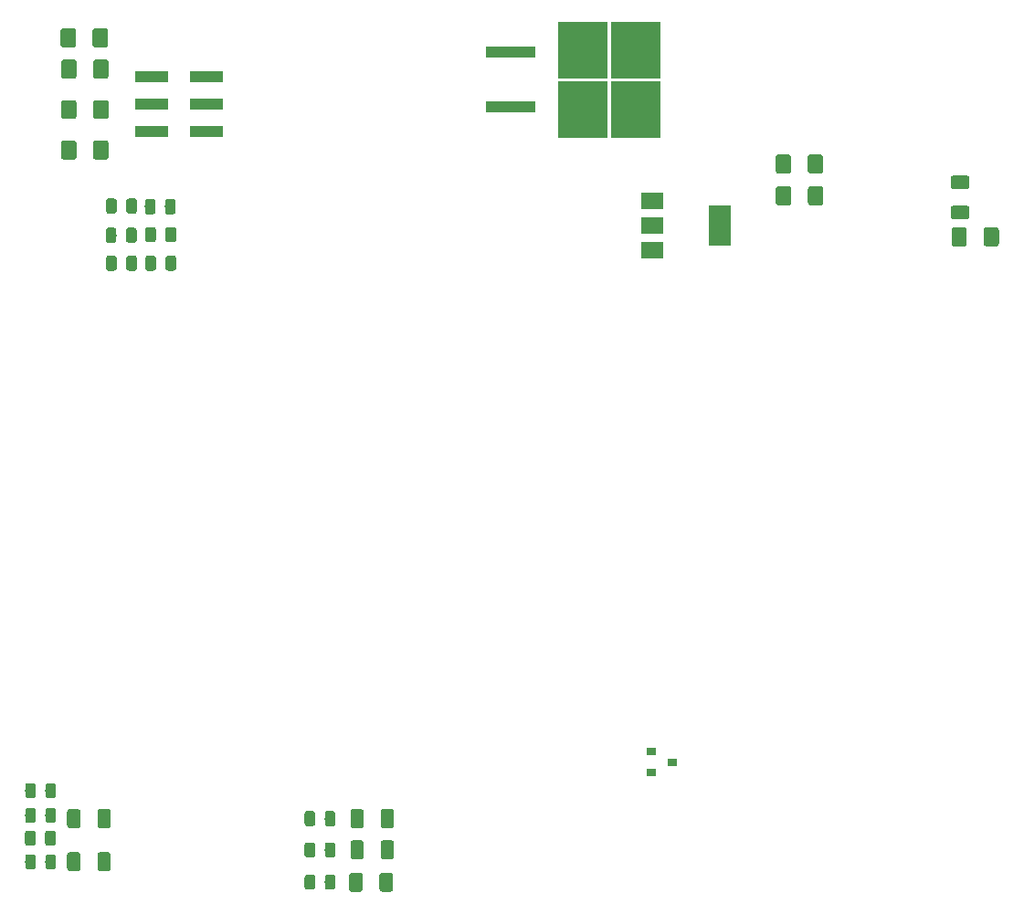
<source format=gbr>
G04 #@! TF.GenerationSoftware,KiCad,Pcbnew,(5.1.0)-1*
G04 #@! TF.CreationDate,2020-01-07T21:36:01+05:30*
G04 #@! TF.ProjectId,BLDC_STM32_proto_1,424c4443-5f53-4544-9d33-325f70726f74,rev?*
G04 #@! TF.SameCoordinates,Original*
G04 #@! TF.FileFunction,Paste,Top*
G04 #@! TF.FilePolarity,Positive*
%FSLAX46Y46*%
G04 Gerber Fmt 4.6, Leading zero omitted, Abs format (unit mm)*
G04 Created by KiCad (PCBNEW (5.1.0)-1) date 2020-01-07 21:36:01*
%MOMM*%
%LPD*%
G04 APERTURE LIST*
%ADD10R,3.150000X1.000000*%
%ADD11C,0.100000*%
%ADD12C,0.975000*%
%ADD13C,1.250000*%
%ADD14C,1.425000*%
%ADD15R,2.000000X3.800000*%
%ADD16R,2.000000X1.500000*%
%ADD17R,4.600000X1.100000*%
%ADD18R,4.550000X5.250000*%
%ADD19R,0.900000X0.800000*%
G04 APERTURE END LIST*
D10*
X87795000Y-58760000D03*
X92845000Y-58760000D03*
X87795000Y-61300000D03*
X92845000Y-61300000D03*
X87795000Y-63840000D03*
X92845000Y-63840000D03*
D11*
G36*
X102712642Y-126851174D02*
G01*
X102736303Y-126854684D01*
X102759507Y-126860496D01*
X102782029Y-126868554D01*
X102803653Y-126878782D01*
X102824170Y-126891079D01*
X102843383Y-126905329D01*
X102861107Y-126921393D01*
X102877171Y-126939117D01*
X102891421Y-126958330D01*
X102903718Y-126978847D01*
X102913946Y-127000471D01*
X102922004Y-127022993D01*
X102927816Y-127046197D01*
X102931326Y-127069858D01*
X102932500Y-127093750D01*
X102932500Y-128006250D01*
X102931326Y-128030142D01*
X102927816Y-128053803D01*
X102922004Y-128077007D01*
X102913946Y-128099529D01*
X102903718Y-128121153D01*
X102891421Y-128141670D01*
X102877171Y-128160883D01*
X102861107Y-128178607D01*
X102843383Y-128194671D01*
X102824170Y-128208921D01*
X102803653Y-128221218D01*
X102782029Y-128231446D01*
X102759507Y-128239504D01*
X102736303Y-128245316D01*
X102712642Y-128248826D01*
X102688750Y-128250000D01*
X102201250Y-128250000D01*
X102177358Y-128248826D01*
X102153697Y-128245316D01*
X102130493Y-128239504D01*
X102107971Y-128231446D01*
X102086347Y-128221218D01*
X102065830Y-128208921D01*
X102046617Y-128194671D01*
X102028893Y-128178607D01*
X102012829Y-128160883D01*
X101998579Y-128141670D01*
X101986282Y-128121153D01*
X101976054Y-128099529D01*
X101967996Y-128077007D01*
X101962184Y-128053803D01*
X101958674Y-128030142D01*
X101957500Y-128006250D01*
X101957500Y-127093750D01*
X101958674Y-127069858D01*
X101962184Y-127046197D01*
X101967996Y-127022993D01*
X101976054Y-127000471D01*
X101986282Y-126978847D01*
X101998579Y-126958330D01*
X102012829Y-126939117D01*
X102028893Y-126921393D01*
X102046617Y-126905329D01*
X102065830Y-126891079D01*
X102086347Y-126878782D01*
X102107971Y-126868554D01*
X102130493Y-126860496D01*
X102153697Y-126854684D01*
X102177358Y-126851174D01*
X102201250Y-126850000D01*
X102688750Y-126850000D01*
X102712642Y-126851174D01*
X102712642Y-126851174D01*
G37*
D12*
X102445000Y-127550000D03*
D11*
G36*
X104587642Y-126851174D02*
G01*
X104611303Y-126854684D01*
X104634507Y-126860496D01*
X104657029Y-126868554D01*
X104678653Y-126878782D01*
X104699170Y-126891079D01*
X104718383Y-126905329D01*
X104736107Y-126921393D01*
X104752171Y-126939117D01*
X104766421Y-126958330D01*
X104778718Y-126978847D01*
X104788946Y-127000471D01*
X104797004Y-127022993D01*
X104802816Y-127046197D01*
X104806326Y-127069858D01*
X104807500Y-127093750D01*
X104807500Y-128006250D01*
X104806326Y-128030142D01*
X104802816Y-128053803D01*
X104797004Y-128077007D01*
X104788946Y-128099529D01*
X104778718Y-128121153D01*
X104766421Y-128141670D01*
X104752171Y-128160883D01*
X104736107Y-128178607D01*
X104718383Y-128194671D01*
X104699170Y-128208921D01*
X104678653Y-128221218D01*
X104657029Y-128231446D01*
X104634507Y-128239504D01*
X104611303Y-128245316D01*
X104587642Y-128248826D01*
X104563750Y-128250000D01*
X104076250Y-128250000D01*
X104052358Y-128248826D01*
X104028697Y-128245316D01*
X104005493Y-128239504D01*
X103982971Y-128231446D01*
X103961347Y-128221218D01*
X103940830Y-128208921D01*
X103921617Y-128194671D01*
X103903893Y-128178607D01*
X103887829Y-128160883D01*
X103873579Y-128141670D01*
X103861282Y-128121153D01*
X103851054Y-128099529D01*
X103842996Y-128077007D01*
X103837184Y-128053803D01*
X103833674Y-128030142D01*
X103832500Y-128006250D01*
X103832500Y-127093750D01*
X103833674Y-127069858D01*
X103837184Y-127046197D01*
X103842996Y-127022993D01*
X103851054Y-127000471D01*
X103861282Y-126978847D01*
X103873579Y-126958330D01*
X103887829Y-126939117D01*
X103903893Y-126921393D01*
X103921617Y-126905329D01*
X103940830Y-126891079D01*
X103961347Y-126878782D01*
X103982971Y-126868554D01*
X104005493Y-126860496D01*
X104028697Y-126854684D01*
X104052358Y-126851174D01*
X104076250Y-126850000D01*
X104563750Y-126850000D01*
X104587642Y-126851174D01*
X104587642Y-126851174D01*
G37*
D12*
X104320000Y-127550000D03*
D11*
G36*
X102712642Y-129751174D02*
G01*
X102736303Y-129754684D01*
X102759507Y-129760496D01*
X102782029Y-129768554D01*
X102803653Y-129778782D01*
X102824170Y-129791079D01*
X102843383Y-129805329D01*
X102861107Y-129821393D01*
X102877171Y-129839117D01*
X102891421Y-129858330D01*
X102903718Y-129878847D01*
X102913946Y-129900471D01*
X102922004Y-129922993D01*
X102927816Y-129946197D01*
X102931326Y-129969858D01*
X102932500Y-129993750D01*
X102932500Y-130906250D01*
X102931326Y-130930142D01*
X102927816Y-130953803D01*
X102922004Y-130977007D01*
X102913946Y-130999529D01*
X102903718Y-131021153D01*
X102891421Y-131041670D01*
X102877171Y-131060883D01*
X102861107Y-131078607D01*
X102843383Y-131094671D01*
X102824170Y-131108921D01*
X102803653Y-131121218D01*
X102782029Y-131131446D01*
X102759507Y-131139504D01*
X102736303Y-131145316D01*
X102712642Y-131148826D01*
X102688750Y-131150000D01*
X102201250Y-131150000D01*
X102177358Y-131148826D01*
X102153697Y-131145316D01*
X102130493Y-131139504D01*
X102107971Y-131131446D01*
X102086347Y-131121218D01*
X102065830Y-131108921D01*
X102046617Y-131094671D01*
X102028893Y-131078607D01*
X102012829Y-131060883D01*
X101998579Y-131041670D01*
X101986282Y-131021153D01*
X101976054Y-130999529D01*
X101967996Y-130977007D01*
X101962184Y-130953803D01*
X101958674Y-130930142D01*
X101957500Y-130906250D01*
X101957500Y-129993750D01*
X101958674Y-129969858D01*
X101962184Y-129946197D01*
X101967996Y-129922993D01*
X101976054Y-129900471D01*
X101986282Y-129878847D01*
X101998579Y-129858330D01*
X102012829Y-129839117D01*
X102028893Y-129821393D01*
X102046617Y-129805329D01*
X102065830Y-129791079D01*
X102086347Y-129778782D01*
X102107971Y-129768554D01*
X102130493Y-129760496D01*
X102153697Y-129754684D01*
X102177358Y-129751174D01*
X102201250Y-129750000D01*
X102688750Y-129750000D01*
X102712642Y-129751174D01*
X102712642Y-129751174D01*
G37*
D12*
X102445000Y-130450000D03*
D11*
G36*
X104587642Y-129751174D02*
G01*
X104611303Y-129754684D01*
X104634507Y-129760496D01*
X104657029Y-129768554D01*
X104678653Y-129778782D01*
X104699170Y-129791079D01*
X104718383Y-129805329D01*
X104736107Y-129821393D01*
X104752171Y-129839117D01*
X104766421Y-129858330D01*
X104778718Y-129878847D01*
X104788946Y-129900471D01*
X104797004Y-129922993D01*
X104802816Y-129946197D01*
X104806326Y-129969858D01*
X104807500Y-129993750D01*
X104807500Y-130906250D01*
X104806326Y-130930142D01*
X104802816Y-130953803D01*
X104797004Y-130977007D01*
X104788946Y-130999529D01*
X104778718Y-131021153D01*
X104766421Y-131041670D01*
X104752171Y-131060883D01*
X104736107Y-131078607D01*
X104718383Y-131094671D01*
X104699170Y-131108921D01*
X104678653Y-131121218D01*
X104657029Y-131131446D01*
X104634507Y-131139504D01*
X104611303Y-131145316D01*
X104587642Y-131148826D01*
X104563750Y-131150000D01*
X104076250Y-131150000D01*
X104052358Y-131148826D01*
X104028697Y-131145316D01*
X104005493Y-131139504D01*
X103982971Y-131131446D01*
X103961347Y-131121218D01*
X103940830Y-131108921D01*
X103921617Y-131094671D01*
X103903893Y-131078607D01*
X103887829Y-131060883D01*
X103873579Y-131041670D01*
X103861282Y-131021153D01*
X103851054Y-130999529D01*
X103842996Y-130977007D01*
X103837184Y-130953803D01*
X103833674Y-130930142D01*
X103832500Y-130906250D01*
X103832500Y-129993750D01*
X103833674Y-129969858D01*
X103837184Y-129946197D01*
X103842996Y-129922993D01*
X103851054Y-129900471D01*
X103861282Y-129878847D01*
X103873579Y-129858330D01*
X103887829Y-129839117D01*
X103903893Y-129821393D01*
X103921617Y-129805329D01*
X103940830Y-129791079D01*
X103961347Y-129778782D01*
X103982971Y-129768554D01*
X104005493Y-129760496D01*
X104028697Y-129754684D01*
X104052358Y-129751174D01*
X104076250Y-129750000D01*
X104563750Y-129750000D01*
X104587642Y-129751174D01*
X104587642Y-129751174D01*
G37*
D12*
X104320000Y-130450000D03*
D11*
G36*
X102712642Y-132751174D02*
G01*
X102736303Y-132754684D01*
X102759507Y-132760496D01*
X102782029Y-132768554D01*
X102803653Y-132778782D01*
X102824170Y-132791079D01*
X102843383Y-132805329D01*
X102861107Y-132821393D01*
X102877171Y-132839117D01*
X102891421Y-132858330D01*
X102903718Y-132878847D01*
X102913946Y-132900471D01*
X102922004Y-132922993D01*
X102927816Y-132946197D01*
X102931326Y-132969858D01*
X102932500Y-132993750D01*
X102932500Y-133906250D01*
X102931326Y-133930142D01*
X102927816Y-133953803D01*
X102922004Y-133977007D01*
X102913946Y-133999529D01*
X102903718Y-134021153D01*
X102891421Y-134041670D01*
X102877171Y-134060883D01*
X102861107Y-134078607D01*
X102843383Y-134094671D01*
X102824170Y-134108921D01*
X102803653Y-134121218D01*
X102782029Y-134131446D01*
X102759507Y-134139504D01*
X102736303Y-134145316D01*
X102712642Y-134148826D01*
X102688750Y-134150000D01*
X102201250Y-134150000D01*
X102177358Y-134148826D01*
X102153697Y-134145316D01*
X102130493Y-134139504D01*
X102107971Y-134131446D01*
X102086347Y-134121218D01*
X102065830Y-134108921D01*
X102046617Y-134094671D01*
X102028893Y-134078607D01*
X102012829Y-134060883D01*
X101998579Y-134041670D01*
X101986282Y-134021153D01*
X101976054Y-133999529D01*
X101967996Y-133977007D01*
X101962184Y-133953803D01*
X101958674Y-133930142D01*
X101957500Y-133906250D01*
X101957500Y-132993750D01*
X101958674Y-132969858D01*
X101962184Y-132946197D01*
X101967996Y-132922993D01*
X101976054Y-132900471D01*
X101986282Y-132878847D01*
X101998579Y-132858330D01*
X102012829Y-132839117D01*
X102028893Y-132821393D01*
X102046617Y-132805329D01*
X102065830Y-132791079D01*
X102086347Y-132778782D01*
X102107971Y-132768554D01*
X102130493Y-132760496D01*
X102153697Y-132754684D01*
X102177358Y-132751174D01*
X102201250Y-132750000D01*
X102688750Y-132750000D01*
X102712642Y-132751174D01*
X102712642Y-132751174D01*
G37*
D12*
X102445000Y-133450000D03*
D11*
G36*
X104587642Y-132751174D02*
G01*
X104611303Y-132754684D01*
X104634507Y-132760496D01*
X104657029Y-132768554D01*
X104678653Y-132778782D01*
X104699170Y-132791079D01*
X104718383Y-132805329D01*
X104736107Y-132821393D01*
X104752171Y-132839117D01*
X104766421Y-132858330D01*
X104778718Y-132878847D01*
X104788946Y-132900471D01*
X104797004Y-132922993D01*
X104802816Y-132946197D01*
X104806326Y-132969858D01*
X104807500Y-132993750D01*
X104807500Y-133906250D01*
X104806326Y-133930142D01*
X104802816Y-133953803D01*
X104797004Y-133977007D01*
X104788946Y-133999529D01*
X104778718Y-134021153D01*
X104766421Y-134041670D01*
X104752171Y-134060883D01*
X104736107Y-134078607D01*
X104718383Y-134094671D01*
X104699170Y-134108921D01*
X104678653Y-134121218D01*
X104657029Y-134131446D01*
X104634507Y-134139504D01*
X104611303Y-134145316D01*
X104587642Y-134148826D01*
X104563750Y-134150000D01*
X104076250Y-134150000D01*
X104052358Y-134148826D01*
X104028697Y-134145316D01*
X104005493Y-134139504D01*
X103982971Y-134131446D01*
X103961347Y-134121218D01*
X103940830Y-134108921D01*
X103921617Y-134094671D01*
X103903893Y-134078607D01*
X103887829Y-134060883D01*
X103873579Y-134041670D01*
X103861282Y-134021153D01*
X103851054Y-133999529D01*
X103842996Y-133977007D01*
X103837184Y-133953803D01*
X103833674Y-133930142D01*
X103832500Y-133906250D01*
X103832500Y-132993750D01*
X103833674Y-132969858D01*
X103837184Y-132946197D01*
X103842996Y-132922993D01*
X103851054Y-132900471D01*
X103861282Y-132878847D01*
X103873579Y-132858330D01*
X103887829Y-132839117D01*
X103903893Y-132821393D01*
X103921617Y-132805329D01*
X103940830Y-132791079D01*
X103961347Y-132778782D01*
X103982971Y-132768554D01*
X104005493Y-132760496D01*
X104028697Y-132754684D01*
X104052358Y-132751174D01*
X104076250Y-132750000D01*
X104563750Y-132750000D01*
X104587642Y-132751174D01*
X104587642Y-132751174D01*
G37*
D12*
X104320000Y-133450000D03*
D11*
G36*
X110019504Y-126676204D02*
G01*
X110043773Y-126679804D01*
X110067571Y-126685765D01*
X110090671Y-126694030D01*
X110112849Y-126704520D01*
X110133893Y-126717133D01*
X110153598Y-126731747D01*
X110171777Y-126748223D01*
X110188253Y-126766402D01*
X110202867Y-126786107D01*
X110215480Y-126807151D01*
X110225970Y-126829329D01*
X110234235Y-126852429D01*
X110240196Y-126876227D01*
X110243796Y-126900496D01*
X110245000Y-126925000D01*
X110245000Y-128175000D01*
X110243796Y-128199504D01*
X110240196Y-128223773D01*
X110234235Y-128247571D01*
X110225970Y-128270671D01*
X110215480Y-128292849D01*
X110202867Y-128313893D01*
X110188253Y-128333598D01*
X110171777Y-128351777D01*
X110153598Y-128368253D01*
X110133893Y-128382867D01*
X110112849Y-128395480D01*
X110090671Y-128405970D01*
X110067571Y-128414235D01*
X110043773Y-128420196D01*
X110019504Y-128423796D01*
X109995000Y-128425000D01*
X109245000Y-128425000D01*
X109220496Y-128423796D01*
X109196227Y-128420196D01*
X109172429Y-128414235D01*
X109149329Y-128405970D01*
X109127151Y-128395480D01*
X109106107Y-128382867D01*
X109086402Y-128368253D01*
X109068223Y-128351777D01*
X109051747Y-128333598D01*
X109037133Y-128313893D01*
X109024520Y-128292849D01*
X109014030Y-128270671D01*
X109005765Y-128247571D01*
X108999804Y-128223773D01*
X108996204Y-128199504D01*
X108995000Y-128175000D01*
X108995000Y-126925000D01*
X108996204Y-126900496D01*
X108999804Y-126876227D01*
X109005765Y-126852429D01*
X109014030Y-126829329D01*
X109024520Y-126807151D01*
X109037133Y-126786107D01*
X109051747Y-126766402D01*
X109068223Y-126748223D01*
X109086402Y-126731747D01*
X109106107Y-126717133D01*
X109127151Y-126704520D01*
X109149329Y-126694030D01*
X109172429Y-126685765D01*
X109196227Y-126679804D01*
X109220496Y-126676204D01*
X109245000Y-126675000D01*
X109995000Y-126675000D01*
X110019504Y-126676204D01*
X110019504Y-126676204D01*
G37*
D13*
X109620000Y-127550000D03*
D11*
G36*
X107219504Y-126676204D02*
G01*
X107243773Y-126679804D01*
X107267571Y-126685765D01*
X107290671Y-126694030D01*
X107312849Y-126704520D01*
X107333893Y-126717133D01*
X107353598Y-126731747D01*
X107371777Y-126748223D01*
X107388253Y-126766402D01*
X107402867Y-126786107D01*
X107415480Y-126807151D01*
X107425970Y-126829329D01*
X107434235Y-126852429D01*
X107440196Y-126876227D01*
X107443796Y-126900496D01*
X107445000Y-126925000D01*
X107445000Y-128175000D01*
X107443796Y-128199504D01*
X107440196Y-128223773D01*
X107434235Y-128247571D01*
X107425970Y-128270671D01*
X107415480Y-128292849D01*
X107402867Y-128313893D01*
X107388253Y-128333598D01*
X107371777Y-128351777D01*
X107353598Y-128368253D01*
X107333893Y-128382867D01*
X107312849Y-128395480D01*
X107290671Y-128405970D01*
X107267571Y-128414235D01*
X107243773Y-128420196D01*
X107219504Y-128423796D01*
X107195000Y-128425000D01*
X106445000Y-128425000D01*
X106420496Y-128423796D01*
X106396227Y-128420196D01*
X106372429Y-128414235D01*
X106349329Y-128405970D01*
X106327151Y-128395480D01*
X106306107Y-128382867D01*
X106286402Y-128368253D01*
X106268223Y-128351777D01*
X106251747Y-128333598D01*
X106237133Y-128313893D01*
X106224520Y-128292849D01*
X106214030Y-128270671D01*
X106205765Y-128247571D01*
X106199804Y-128223773D01*
X106196204Y-128199504D01*
X106195000Y-128175000D01*
X106195000Y-126925000D01*
X106196204Y-126900496D01*
X106199804Y-126876227D01*
X106205765Y-126852429D01*
X106214030Y-126829329D01*
X106224520Y-126807151D01*
X106237133Y-126786107D01*
X106251747Y-126766402D01*
X106268223Y-126748223D01*
X106286402Y-126731747D01*
X106306107Y-126717133D01*
X106327151Y-126704520D01*
X106349329Y-126694030D01*
X106372429Y-126685765D01*
X106396227Y-126679804D01*
X106420496Y-126676204D01*
X106445000Y-126675000D01*
X107195000Y-126675000D01*
X107219504Y-126676204D01*
X107219504Y-126676204D01*
G37*
D13*
X106820000Y-127550000D03*
D11*
G36*
X110019504Y-129576204D02*
G01*
X110043773Y-129579804D01*
X110067571Y-129585765D01*
X110090671Y-129594030D01*
X110112849Y-129604520D01*
X110133893Y-129617133D01*
X110153598Y-129631747D01*
X110171777Y-129648223D01*
X110188253Y-129666402D01*
X110202867Y-129686107D01*
X110215480Y-129707151D01*
X110225970Y-129729329D01*
X110234235Y-129752429D01*
X110240196Y-129776227D01*
X110243796Y-129800496D01*
X110245000Y-129825000D01*
X110245000Y-131075000D01*
X110243796Y-131099504D01*
X110240196Y-131123773D01*
X110234235Y-131147571D01*
X110225970Y-131170671D01*
X110215480Y-131192849D01*
X110202867Y-131213893D01*
X110188253Y-131233598D01*
X110171777Y-131251777D01*
X110153598Y-131268253D01*
X110133893Y-131282867D01*
X110112849Y-131295480D01*
X110090671Y-131305970D01*
X110067571Y-131314235D01*
X110043773Y-131320196D01*
X110019504Y-131323796D01*
X109995000Y-131325000D01*
X109245000Y-131325000D01*
X109220496Y-131323796D01*
X109196227Y-131320196D01*
X109172429Y-131314235D01*
X109149329Y-131305970D01*
X109127151Y-131295480D01*
X109106107Y-131282867D01*
X109086402Y-131268253D01*
X109068223Y-131251777D01*
X109051747Y-131233598D01*
X109037133Y-131213893D01*
X109024520Y-131192849D01*
X109014030Y-131170671D01*
X109005765Y-131147571D01*
X108999804Y-131123773D01*
X108996204Y-131099504D01*
X108995000Y-131075000D01*
X108995000Y-129825000D01*
X108996204Y-129800496D01*
X108999804Y-129776227D01*
X109005765Y-129752429D01*
X109014030Y-129729329D01*
X109024520Y-129707151D01*
X109037133Y-129686107D01*
X109051747Y-129666402D01*
X109068223Y-129648223D01*
X109086402Y-129631747D01*
X109106107Y-129617133D01*
X109127151Y-129604520D01*
X109149329Y-129594030D01*
X109172429Y-129585765D01*
X109196227Y-129579804D01*
X109220496Y-129576204D01*
X109245000Y-129575000D01*
X109995000Y-129575000D01*
X110019504Y-129576204D01*
X110019504Y-129576204D01*
G37*
D13*
X109620000Y-130450000D03*
D11*
G36*
X107219504Y-129576204D02*
G01*
X107243773Y-129579804D01*
X107267571Y-129585765D01*
X107290671Y-129594030D01*
X107312849Y-129604520D01*
X107333893Y-129617133D01*
X107353598Y-129631747D01*
X107371777Y-129648223D01*
X107388253Y-129666402D01*
X107402867Y-129686107D01*
X107415480Y-129707151D01*
X107425970Y-129729329D01*
X107434235Y-129752429D01*
X107440196Y-129776227D01*
X107443796Y-129800496D01*
X107445000Y-129825000D01*
X107445000Y-131075000D01*
X107443796Y-131099504D01*
X107440196Y-131123773D01*
X107434235Y-131147571D01*
X107425970Y-131170671D01*
X107415480Y-131192849D01*
X107402867Y-131213893D01*
X107388253Y-131233598D01*
X107371777Y-131251777D01*
X107353598Y-131268253D01*
X107333893Y-131282867D01*
X107312849Y-131295480D01*
X107290671Y-131305970D01*
X107267571Y-131314235D01*
X107243773Y-131320196D01*
X107219504Y-131323796D01*
X107195000Y-131325000D01*
X106445000Y-131325000D01*
X106420496Y-131323796D01*
X106396227Y-131320196D01*
X106372429Y-131314235D01*
X106349329Y-131305970D01*
X106327151Y-131295480D01*
X106306107Y-131282867D01*
X106286402Y-131268253D01*
X106268223Y-131251777D01*
X106251747Y-131233598D01*
X106237133Y-131213893D01*
X106224520Y-131192849D01*
X106214030Y-131170671D01*
X106205765Y-131147571D01*
X106199804Y-131123773D01*
X106196204Y-131099504D01*
X106195000Y-131075000D01*
X106195000Y-129825000D01*
X106196204Y-129800496D01*
X106199804Y-129776227D01*
X106205765Y-129752429D01*
X106214030Y-129729329D01*
X106224520Y-129707151D01*
X106237133Y-129686107D01*
X106251747Y-129666402D01*
X106268223Y-129648223D01*
X106286402Y-129631747D01*
X106306107Y-129617133D01*
X106327151Y-129604520D01*
X106349329Y-129594030D01*
X106372429Y-129585765D01*
X106396227Y-129579804D01*
X106420496Y-129576204D01*
X106445000Y-129575000D01*
X107195000Y-129575000D01*
X107219504Y-129576204D01*
X107219504Y-129576204D01*
G37*
D13*
X106820000Y-130450000D03*
D11*
G36*
X109919504Y-132576204D02*
G01*
X109943773Y-132579804D01*
X109967571Y-132585765D01*
X109990671Y-132594030D01*
X110012849Y-132604520D01*
X110033893Y-132617133D01*
X110053598Y-132631747D01*
X110071777Y-132648223D01*
X110088253Y-132666402D01*
X110102867Y-132686107D01*
X110115480Y-132707151D01*
X110125970Y-132729329D01*
X110134235Y-132752429D01*
X110140196Y-132776227D01*
X110143796Y-132800496D01*
X110145000Y-132825000D01*
X110145000Y-134075000D01*
X110143796Y-134099504D01*
X110140196Y-134123773D01*
X110134235Y-134147571D01*
X110125970Y-134170671D01*
X110115480Y-134192849D01*
X110102867Y-134213893D01*
X110088253Y-134233598D01*
X110071777Y-134251777D01*
X110053598Y-134268253D01*
X110033893Y-134282867D01*
X110012849Y-134295480D01*
X109990671Y-134305970D01*
X109967571Y-134314235D01*
X109943773Y-134320196D01*
X109919504Y-134323796D01*
X109895000Y-134325000D01*
X109145000Y-134325000D01*
X109120496Y-134323796D01*
X109096227Y-134320196D01*
X109072429Y-134314235D01*
X109049329Y-134305970D01*
X109027151Y-134295480D01*
X109006107Y-134282867D01*
X108986402Y-134268253D01*
X108968223Y-134251777D01*
X108951747Y-134233598D01*
X108937133Y-134213893D01*
X108924520Y-134192849D01*
X108914030Y-134170671D01*
X108905765Y-134147571D01*
X108899804Y-134123773D01*
X108896204Y-134099504D01*
X108895000Y-134075000D01*
X108895000Y-132825000D01*
X108896204Y-132800496D01*
X108899804Y-132776227D01*
X108905765Y-132752429D01*
X108914030Y-132729329D01*
X108924520Y-132707151D01*
X108937133Y-132686107D01*
X108951747Y-132666402D01*
X108968223Y-132648223D01*
X108986402Y-132631747D01*
X109006107Y-132617133D01*
X109027151Y-132604520D01*
X109049329Y-132594030D01*
X109072429Y-132585765D01*
X109096227Y-132579804D01*
X109120496Y-132576204D01*
X109145000Y-132575000D01*
X109895000Y-132575000D01*
X109919504Y-132576204D01*
X109919504Y-132576204D01*
G37*
D13*
X109520000Y-133450000D03*
D11*
G36*
X107119504Y-132576204D02*
G01*
X107143773Y-132579804D01*
X107167571Y-132585765D01*
X107190671Y-132594030D01*
X107212849Y-132604520D01*
X107233893Y-132617133D01*
X107253598Y-132631747D01*
X107271777Y-132648223D01*
X107288253Y-132666402D01*
X107302867Y-132686107D01*
X107315480Y-132707151D01*
X107325970Y-132729329D01*
X107334235Y-132752429D01*
X107340196Y-132776227D01*
X107343796Y-132800496D01*
X107345000Y-132825000D01*
X107345000Y-134075000D01*
X107343796Y-134099504D01*
X107340196Y-134123773D01*
X107334235Y-134147571D01*
X107325970Y-134170671D01*
X107315480Y-134192849D01*
X107302867Y-134213893D01*
X107288253Y-134233598D01*
X107271777Y-134251777D01*
X107253598Y-134268253D01*
X107233893Y-134282867D01*
X107212849Y-134295480D01*
X107190671Y-134305970D01*
X107167571Y-134314235D01*
X107143773Y-134320196D01*
X107119504Y-134323796D01*
X107095000Y-134325000D01*
X106345000Y-134325000D01*
X106320496Y-134323796D01*
X106296227Y-134320196D01*
X106272429Y-134314235D01*
X106249329Y-134305970D01*
X106227151Y-134295480D01*
X106206107Y-134282867D01*
X106186402Y-134268253D01*
X106168223Y-134251777D01*
X106151747Y-134233598D01*
X106137133Y-134213893D01*
X106124520Y-134192849D01*
X106114030Y-134170671D01*
X106105765Y-134147571D01*
X106099804Y-134123773D01*
X106096204Y-134099504D01*
X106095000Y-134075000D01*
X106095000Y-132825000D01*
X106096204Y-132800496D01*
X106099804Y-132776227D01*
X106105765Y-132752429D01*
X106114030Y-132729329D01*
X106124520Y-132707151D01*
X106137133Y-132686107D01*
X106151747Y-132666402D01*
X106168223Y-132648223D01*
X106186402Y-132631747D01*
X106206107Y-132617133D01*
X106227151Y-132604520D01*
X106249329Y-132594030D01*
X106272429Y-132585765D01*
X106296227Y-132579804D01*
X106320496Y-132576204D01*
X106345000Y-132575000D01*
X107095000Y-132575000D01*
X107119504Y-132576204D01*
X107119504Y-132576204D01*
G37*
D13*
X106720000Y-133450000D03*
D11*
G36*
X149794504Y-65976204D02*
G01*
X149818773Y-65979804D01*
X149842571Y-65985765D01*
X149865671Y-65994030D01*
X149887849Y-66004520D01*
X149908893Y-66017133D01*
X149928598Y-66031747D01*
X149946777Y-66048223D01*
X149963253Y-66066402D01*
X149977867Y-66086107D01*
X149990480Y-66107151D01*
X150000970Y-66129329D01*
X150009235Y-66152429D01*
X150015196Y-66176227D01*
X150018796Y-66200496D01*
X150020000Y-66225000D01*
X150020000Y-67475000D01*
X150018796Y-67499504D01*
X150015196Y-67523773D01*
X150009235Y-67547571D01*
X150000970Y-67570671D01*
X149990480Y-67592849D01*
X149977867Y-67613893D01*
X149963253Y-67633598D01*
X149946777Y-67651777D01*
X149928598Y-67668253D01*
X149908893Y-67682867D01*
X149887849Y-67695480D01*
X149865671Y-67705970D01*
X149842571Y-67714235D01*
X149818773Y-67720196D01*
X149794504Y-67723796D01*
X149770000Y-67725000D01*
X148845000Y-67725000D01*
X148820496Y-67723796D01*
X148796227Y-67720196D01*
X148772429Y-67714235D01*
X148749329Y-67705970D01*
X148727151Y-67695480D01*
X148706107Y-67682867D01*
X148686402Y-67668253D01*
X148668223Y-67651777D01*
X148651747Y-67633598D01*
X148637133Y-67613893D01*
X148624520Y-67592849D01*
X148614030Y-67570671D01*
X148605765Y-67547571D01*
X148599804Y-67523773D01*
X148596204Y-67499504D01*
X148595000Y-67475000D01*
X148595000Y-66225000D01*
X148596204Y-66200496D01*
X148599804Y-66176227D01*
X148605765Y-66152429D01*
X148614030Y-66129329D01*
X148624520Y-66107151D01*
X148637133Y-66086107D01*
X148651747Y-66066402D01*
X148668223Y-66048223D01*
X148686402Y-66031747D01*
X148706107Y-66017133D01*
X148727151Y-66004520D01*
X148749329Y-65994030D01*
X148772429Y-65985765D01*
X148796227Y-65979804D01*
X148820496Y-65976204D01*
X148845000Y-65975000D01*
X149770000Y-65975000D01*
X149794504Y-65976204D01*
X149794504Y-65976204D01*
G37*
D14*
X149307500Y-66850000D03*
D11*
G36*
X146819504Y-65976204D02*
G01*
X146843773Y-65979804D01*
X146867571Y-65985765D01*
X146890671Y-65994030D01*
X146912849Y-66004520D01*
X146933893Y-66017133D01*
X146953598Y-66031747D01*
X146971777Y-66048223D01*
X146988253Y-66066402D01*
X147002867Y-66086107D01*
X147015480Y-66107151D01*
X147025970Y-66129329D01*
X147034235Y-66152429D01*
X147040196Y-66176227D01*
X147043796Y-66200496D01*
X147045000Y-66225000D01*
X147045000Y-67475000D01*
X147043796Y-67499504D01*
X147040196Y-67523773D01*
X147034235Y-67547571D01*
X147025970Y-67570671D01*
X147015480Y-67592849D01*
X147002867Y-67613893D01*
X146988253Y-67633598D01*
X146971777Y-67651777D01*
X146953598Y-67668253D01*
X146933893Y-67682867D01*
X146912849Y-67695480D01*
X146890671Y-67705970D01*
X146867571Y-67714235D01*
X146843773Y-67720196D01*
X146819504Y-67723796D01*
X146795000Y-67725000D01*
X145870000Y-67725000D01*
X145845496Y-67723796D01*
X145821227Y-67720196D01*
X145797429Y-67714235D01*
X145774329Y-67705970D01*
X145752151Y-67695480D01*
X145731107Y-67682867D01*
X145711402Y-67668253D01*
X145693223Y-67651777D01*
X145676747Y-67633598D01*
X145662133Y-67613893D01*
X145649520Y-67592849D01*
X145639030Y-67570671D01*
X145630765Y-67547571D01*
X145624804Y-67523773D01*
X145621204Y-67499504D01*
X145620000Y-67475000D01*
X145620000Y-66225000D01*
X145621204Y-66200496D01*
X145624804Y-66176227D01*
X145630765Y-66152429D01*
X145639030Y-66129329D01*
X145649520Y-66107151D01*
X145662133Y-66086107D01*
X145676747Y-66066402D01*
X145693223Y-66048223D01*
X145711402Y-66031747D01*
X145731107Y-66017133D01*
X145752151Y-66004520D01*
X145774329Y-65994030D01*
X145797429Y-65985765D01*
X145821227Y-65979804D01*
X145845496Y-65976204D01*
X145870000Y-65975000D01*
X146795000Y-65975000D01*
X146819504Y-65976204D01*
X146819504Y-65976204D01*
G37*
D14*
X146332500Y-66850000D03*
D11*
G36*
X163369504Y-67926204D02*
G01*
X163393773Y-67929804D01*
X163417571Y-67935765D01*
X163440671Y-67944030D01*
X163462849Y-67954520D01*
X163483893Y-67967133D01*
X163503598Y-67981747D01*
X163521777Y-67998223D01*
X163538253Y-68016402D01*
X163552867Y-68036107D01*
X163565480Y-68057151D01*
X163575970Y-68079329D01*
X163584235Y-68102429D01*
X163590196Y-68126227D01*
X163593796Y-68150496D01*
X163595000Y-68175000D01*
X163595000Y-68925000D01*
X163593796Y-68949504D01*
X163590196Y-68973773D01*
X163584235Y-68997571D01*
X163575970Y-69020671D01*
X163565480Y-69042849D01*
X163552867Y-69063893D01*
X163538253Y-69083598D01*
X163521777Y-69101777D01*
X163503598Y-69118253D01*
X163483893Y-69132867D01*
X163462849Y-69145480D01*
X163440671Y-69155970D01*
X163417571Y-69164235D01*
X163393773Y-69170196D01*
X163369504Y-69173796D01*
X163345000Y-69175000D01*
X162095000Y-69175000D01*
X162070496Y-69173796D01*
X162046227Y-69170196D01*
X162022429Y-69164235D01*
X161999329Y-69155970D01*
X161977151Y-69145480D01*
X161956107Y-69132867D01*
X161936402Y-69118253D01*
X161918223Y-69101777D01*
X161901747Y-69083598D01*
X161887133Y-69063893D01*
X161874520Y-69042849D01*
X161864030Y-69020671D01*
X161855765Y-68997571D01*
X161849804Y-68973773D01*
X161846204Y-68949504D01*
X161845000Y-68925000D01*
X161845000Y-68175000D01*
X161846204Y-68150496D01*
X161849804Y-68126227D01*
X161855765Y-68102429D01*
X161864030Y-68079329D01*
X161874520Y-68057151D01*
X161887133Y-68036107D01*
X161901747Y-68016402D01*
X161918223Y-67998223D01*
X161936402Y-67981747D01*
X161956107Y-67967133D01*
X161977151Y-67954520D01*
X161999329Y-67944030D01*
X162022429Y-67935765D01*
X162046227Y-67929804D01*
X162070496Y-67926204D01*
X162095000Y-67925000D01*
X163345000Y-67925000D01*
X163369504Y-67926204D01*
X163369504Y-67926204D01*
G37*
D13*
X162720000Y-68550000D03*
D11*
G36*
X163369504Y-70726204D02*
G01*
X163393773Y-70729804D01*
X163417571Y-70735765D01*
X163440671Y-70744030D01*
X163462849Y-70754520D01*
X163483893Y-70767133D01*
X163503598Y-70781747D01*
X163521777Y-70798223D01*
X163538253Y-70816402D01*
X163552867Y-70836107D01*
X163565480Y-70857151D01*
X163575970Y-70879329D01*
X163584235Y-70902429D01*
X163590196Y-70926227D01*
X163593796Y-70950496D01*
X163595000Y-70975000D01*
X163595000Y-71725000D01*
X163593796Y-71749504D01*
X163590196Y-71773773D01*
X163584235Y-71797571D01*
X163575970Y-71820671D01*
X163565480Y-71842849D01*
X163552867Y-71863893D01*
X163538253Y-71883598D01*
X163521777Y-71901777D01*
X163503598Y-71918253D01*
X163483893Y-71932867D01*
X163462849Y-71945480D01*
X163440671Y-71955970D01*
X163417571Y-71964235D01*
X163393773Y-71970196D01*
X163369504Y-71973796D01*
X163345000Y-71975000D01*
X162095000Y-71975000D01*
X162070496Y-71973796D01*
X162046227Y-71970196D01*
X162022429Y-71964235D01*
X161999329Y-71955970D01*
X161977151Y-71945480D01*
X161956107Y-71932867D01*
X161936402Y-71918253D01*
X161918223Y-71901777D01*
X161901747Y-71883598D01*
X161887133Y-71863893D01*
X161874520Y-71842849D01*
X161864030Y-71820671D01*
X161855765Y-71797571D01*
X161849804Y-71773773D01*
X161846204Y-71749504D01*
X161845000Y-71725000D01*
X161845000Y-70975000D01*
X161846204Y-70950496D01*
X161849804Y-70926227D01*
X161855765Y-70902429D01*
X161864030Y-70879329D01*
X161874520Y-70857151D01*
X161887133Y-70836107D01*
X161901747Y-70816402D01*
X161918223Y-70798223D01*
X161936402Y-70781747D01*
X161956107Y-70767133D01*
X161977151Y-70754520D01*
X161999329Y-70744030D01*
X162022429Y-70735765D01*
X162046227Y-70729804D01*
X162070496Y-70726204D01*
X162095000Y-70725000D01*
X163345000Y-70725000D01*
X163369504Y-70726204D01*
X163369504Y-70726204D01*
G37*
D13*
X162720000Y-71350000D03*
D11*
G36*
X83769504Y-130676204D02*
G01*
X83793773Y-130679804D01*
X83817571Y-130685765D01*
X83840671Y-130694030D01*
X83862849Y-130704520D01*
X83883893Y-130717133D01*
X83903598Y-130731747D01*
X83921777Y-130748223D01*
X83938253Y-130766402D01*
X83952867Y-130786107D01*
X83965480Y-130807151D01*
X83975970Y-130829329D01*
X83984235Y-130852429D01*
X83990196Y-130876227D01*
X83993796Y-130900496D01*
X83995000Y-130925000D01*
X83995000Y-132175000D01*
X83993796Y-132199504D01*
X83990196Y-132223773D01*
X83984235Y-132247571D01*
X83975970Y-132270671D01*
X83965480Y-132292849D01*
X83952867Y-132313893D01*
X83938253Y-132333598D01*
X83921777Y-132351777D01*
X83903598Y-132368253D01*
X83883893Y-132382867D01*
X83862849Y-132395480D01*
X83840671Y-132405970D01*
X83817571Y-132414235D01*
X83793773Y-132420196D01*
X83769504Y-132423796D01*
X83745000Y-132425000D01*
X82995000Y-132425000D01*
X82970496Y-132423796D01*
X82946227Y-132420196D01*
X82922429Y-132414235D01*
X82899329Y-132405970D01*
X82877151Y-132395480D01*
X82856107Y-132382867D01*
X82836402Y-132368253D01*
X82818223Y-132351777D01*
X82801747Y-132333598D01*
X82787133Y-132313893D01*
X82774520Y-132292849D01*
X82764030Y-132270671D01*
X82755765Y-132247571D01*
X82749804Y-132223773D01*
X82746204Y-132199504D01*
X82745000Y-132175000D01*
X82745000Y-130925000D01*
X82746204Y-130900496D01*
X82749804Y-130876227D01*
X82755765Y-130852429D01*
X82764030Y-130829329D01*
X82774520Y-130807151D01*
X82787133Y-130786107D01*
X82801747Y-130766402D01*
X82818223Y-130748223D01*
X82836402Y-130731747D01*
X82856107Y-130717133D01*
X82877151Y-130704520D01*
X82899329Y-130694030D01*
X82922429Y-130685765D01*
X82946227Y-130679804D01*
X82970496Y-130676204D01*
X82995000Y-130675000D01*
X83745000Y-130675000D01*
X83769504Y-130676204D01*
X83769504Y-130676204D01*
G37*
D13*
X83370000Y-131550000D03*
D11*
G36*
X80969504Y-130676204D02*
G01*
X80993773Y-130679804D01*
X81017571Y-130685765D01*
X81040671Y-130694030D01*
X81062849Y-130704520D01*
X81083893Y-130717133D01*
X81103598Y-130731747D01*
X81121777Y-130748223D01*
X81138253Y-130766402D01*
X81152867Y-130786107D01*
X81165480Y-130807151D01*
X81175970Y-130829329D01*
X81184235Y-130852429D01*
X81190196Y-130876227D01*
X81193796Y-130900496D01*
X81195000Y-130925000D01*
X81195000Y-132175000D01*
X81193796Y-132199504D01*
X81190196Y-132223773D01*
X81184235Y-132247571D01*
X81175970Y-132270671D01*
X81165480Y-132292849D01*
X81152867Y-132313893D01*
X81138253Y-132333598D01*
X81121777Y-132351777D01*
X81103598Y-132368253D01*
X81083893Y-132382867D01*
X81062849Y-132395480D01*
X81040671Y-132405970D01*
X81017571Y-132414235D01*
X80993773Y-132420196D01*
X80969504Y-132423796D01*
X80945000Y-132425000D01*
X80195000Y-132425000D01*
X80170496Y-132423796D01*
X80146227Y-132420196D01*
X80122429Y-132414235D01*
X80099329Y-132405970D01*
X80077151Y-132395480D01*
X80056107Y-132382867D01*
X80036402Y-132368253D01*
X80018223Y-132351777D01*
X80001747Y-132333598D01*
X79987133Y-132313893D01*
X79974520Y-132292849D01*
X79964030Y-132270671D01*
X79955765Y-132247571D01*
X79949804Y-132223773D01*
X79946204Y-132199504D01*
X79945000Y-132175000D01*
X79945000Y-130925000D01*
X79946204Y-130900496D01*
X79949804Y-130876227D01*
X79955765Y-130852429D01*
X79964030Y-130829329D01*
X79974520Y-130807151D01*
X79987133Y-130786107D01*
X80001747Y-130766402D01*
X80018223Y-130748223D01*
X80036402Y-130731747D01*
X80056107Y-130717133D01*
X80077151Y-130704520D01*
X80099329Y-130694030D01*
X80122429Y-130685765D01*
X80146227Y-130679804D01*
X80170496Y-130676204D01*
X80195000Y-130675000D01*
X80945000Y-130675000D01*
X80969504Y-130676204D01*
X80969504Y-130676204D01*
G37*
D13*
X80570000Y-131550000D03*
D11*
G36*
X80969504Y-126676204D02*
G01*
X80993773Y-126679804D01*
X81017571Y-126685765D01*
X81040671Y-126694030D01*
X81062849Y-126704520D01*
X81083893Y-126717133D01*
X81103598Y-126731747D01*
X81121777Y-126748223D01*
X81138253Y-126766402D01*
X81152867Y-126786107D01*
X81165480Y-126807151D01*
X81175970Y-126829329D01*
X81184235Y-126852429D01*
X81190196Y-126876227D01*
X81193796Y-126900496D01*
X81195000Y-126925000D01*
X81195000Y-128175000D01*
X81193796Y-128199504D01*
X81190196Y-128223773D01*
X81184235Y-128247571D01*
X81175970Y-128270671D01*
X81165480Y-128292849D01*
X81152867Y-128313893D01*
X81138253Y-128333598D01*
X81121777Y-128351777D01*
X81103598Y-128368253D01*
X81083893Y-128382867D01*
X81062849Y-128395480D01*
X81040671Y-128405970D01*
X81017571Y-128414235D01*
X80993773Y-128420196D01*
X80969504Y-128423796D01*
X80945000Y-128425000D01*
X80195000Y-128425000D01*
X80170496Y-128423796D01*
X80146227Y-128420196D01*
X80122429Y-128414235D01*
X80099329Y-128405970D01*
X80077151Y-128395480D01*
X80056107Y-128382867D01*
X80036402Y-128368253D01*
X80018223Y-128351777D01*
X80001747Y-128333598D01*
X79987133Y-128313893D01*
X79974520Y-128292849D01*
X79964030Y-128270671D01*
X79955765Y-128247571D01*
X79949804Y-128223773D01*
X79946204Y-128199504D01*
X79945000Y-128175000D01*
X79945000Y-126925000D01*
X79946204Y-126900496D01*
X79949804Y-126876227D01*
X79955765Y-126852429D01*
X79964030Y-126829329D01*
X79974520Y-126807151D01*
X79987133Y-126786107D01*
X80001747Y-126766402D01*
X80018223Y-126748223D01*
X80036402Y-126731747D01*
X80056107Y-126717133D01*
X80077151Y-126704520D01*
X80099329Y-126694030D01*
X80122429Y-126685765D01*
X80146227Y-126679804D01*
X80170496Y-126676204D01*
X80195000Y-126675000D01*
X80945000Y-126675000D01*
X80969504Y-126676204D01*
X80969504Y-126676204D01*
G37*
D13*
X80570000Y-127550000D03*
D11*
G36*
X83769504Y-126676204D02*
G01*
X83793773Y-126679804D01*
X83817571Y-126685765D01*
X83840671Y-126694030D01*
X83862849Y-126704520D01*
X83883893Y-126717133D01*
X83903598Y-126731747D01*
X83921777Y-126748223D01*
X83938253Y-126766402D01*
X83952867Y-126786107D01*
X83965480Y-126807151D01*
X83975970Y-126829329D01*
X83984235Y-126852429D01*
X83990196Y-126876227D01*
X83993796Y-126900496D01*
X83995000Y-126925000D01*
X83995000Y-128175000D01*
X83993796Y-128199504D01*
X83990196Y-128223773D01*
X83984235Y-128247571D01*
X83975970Y-128270671D01*
X83965480Y-128292849D01*
X83952867Y-128313893D01*
X83938253Y-128333598D01*
X83921777Y-128351777D01*
X83903598Y-128368253D01*
X83883893Y-128382867D01*
X83862849Y-128395480D01*
X83840671Y-128405970D01*
X83817571Y-128414235D01*
X83793773Y-128420196D01*
X83769504Y-128423796D01*
X83745000Y-128425000D01*
X82995000Y-128425000D01*
X82970496Y-128423796D01*
X82946227Y-128420196D01*
X82922429Y-128414235D01*
X82899329Y-128405970D01*
X82877151Y-128395480D01*
X82856107Y-128382867D01*
X82836402Y-128368253D01*
X82818223Y-128351777D01*
X82801747Y-128333598D01*
X82787133Y-128313893D01*
X82774520Y-128292849D01*
X82764030Y-128270671D01*
X82755765Y-128247571D01*
X82749804Y-128223773D01*
X82746204Y-128199504D01*
X82745000Y-128175000D01*
X82745000Y-126925000D01*
X82746204Y-126900496D01*
X82749804Y-126876227D01*
X82755765Y-126852429D01*
X82764030Y-126829329D01*
X82774520Y-126807151D01*
X82787133Y-126786107D01*
X82801747Y-126766402D01*
X82818223Y-126748223D01*
X82836402Y-126731747D01*
X82856107Y-126717133D01*
X82877151Y-126704520D01*
X82899329Y-126694030D01*
X82922429Y-126685765D01*
X82946227Y-126679804D01*
X82970496Y-126676204D01*
X82995000Y-126675000D01*
X83745000Y-126675000D01*
X83769504Y-126676204D01*
X83769504Y-126676204D01*
G37*
D13*
X83370000Y-127550000D03*
D11*
G36*
X89825142Y-75351174D02*
G01*
X89848803Y-75354684D01*
X89872007Y-75360496D01*
X89894529Y-75368554D01*
X89916153Y-75378782D01*
X89936670Y-75391079D01*
X89955883Y-75405329D01*
X89973607Y-75421393D01*
X89989671Y-75439117D01*
X90003921Y-75458330D01*
X90016218Y-75478847D01*
X90026446Y-75500471D01*
X90034504Y-75522993D01*
X90040316Y-75546197D01*
X90043826Y-75569858D01*
X90045000Y-75593750D01*
X90045000Y-76506250D01*
X90043826Y-76530142D01*
X90040316Y-76553803D01*
X90034504Y-76577007D01*
X90026446Y-76599529D01*
X90016218Y-76621153D01*
X90003921Y-76641670D01*
X89989671Y-76660883D01*
X89973607Y-76678607D01*
X89955883Y-76694671D01*
X89936670Y-76708921D01*
X89916153Y-76721218D01*
X89894529Y-76731446D01*
X89872007Y-76739504D01*
X89848803Y-76745316D01*
X89825142Y-76748826D01*
X89801250Y-76750000D01*
X89313750Y-76750000D01*
X89289858Y-76748826D01*
X89266197Y-76745316D01*
X89242993Y-76739504D01*
X89220471Y-76731446D01*
X89198847Y-76721218D01*
X89178330Y-76708921D01*
X89159117Y-76694671D01*
X89141393Y-76678607D01*
X89125329Y-76660883D01*
X89111079Y-76641670D01*
X89098782Y-76621153D01*
X89088554Y-76599529D01*
X89080496Y-76577007D01*
X89074684Y-76553803D01*
X89071174Y-76530142D01*
X89070000Y-76506250D01*
X89070000Y-75593750D01*
X89071174Y-75569858D01*
X89074684Y-75546197D01*
X89080496Y-75522993D01*
X89088554Y-75500471D01*
X89098782Y-75478847D01*
X89111079Y-75458330D01*
X89125329Y-75439117D01*
X89141393Y-75421393D01*
X89159117Y-75405329D01*
X89178330Y-75391079D01*
X89198847Y-75378782D01*
X89220471Y-75368554D01*
X89242993Y-75360496D01*
X89266197Y-75354684D01*
X89289858Y-75351174D01*
X89313750Y-75350000D01*
X89801250Y-75350000D01*
X89825142Y-75351174D01*
X89825142Y-75351174D01*
G37*
D12*
X89557500Y-76050000D03*
D11*
G36*
X87950142Y-75351174D02*
G01*
X87973803Y-75354684D01*
X87997007Y-75360496D01*
X88019529Y-75368554D01*
X88041153Y-75378782D01*
X88061670Y-75391079D01*
X88080883Y-75405329D01*
X88098607Y-75421393D01*
X88114671Y-75439117D01*
X88128921Y-75458330D01*
X88141218Y-75478847D01*
X88151446Y-75500471D01*
X88159504Y-75522993D01*
X88165316Y-75546197D01*
X88168826Y-75569858D01*
X88170000Y-75593750D01*
X88170000Y-76506250D01*
X88168826Y-76530142D01*
X88165316Y-76553803D01*
X88159504Y-76577007D01*
X88151446Y-76599529D01*
X88141218Y-76621153D01*
X88128921Y-76641670D01*
X88114671Y-76660883D01*
X88098607Y-76678607D01*
X88080883Y-76694671D01*
X88061670Y-76708921D01*
X88041153Y-76721218D01*
X88019529Y-76731446D01*
X87997007Y-76739504D01*
X87973803Y-76745316D01*
X87950142Y-76748826D01*
X87926250Y-76750000D01*
X87438750Y-76750000D01*
X87414858Y-76748826D01*
X87391197Y-76745316D01*
X87367993Y-76739504D01*
X87345471Y-76731446D01*
X87323847Y-76721218D01*
X87303330Y-76708921D01*
X87284117Y-76694671D01*
X87266393Y-76678607D01*
X87250329Y-76660883D01*
X87236079Y-76641670D01*
X87223782Y-76621153D01*
X87213554Y-76599529D01*
X87205496Y-76577007D01*
X87199684Y-76553803D01*
X87196174Y-76530142D01*
X87195000Y-76506250D01*
X87195000Y-75593750D01*
X87196174Y-75569858D01*
X87199684Y-75546197D01*
X87205496Y-75522993D01*
X87213554Y-75500471D01*
X87223782Y-75478847D01*
X87236079Y-75458330D01*
X87250329Y-75439117D01*
X87266393Y-75421393D01*
X87284117Y-75405329D01*
X87303330Y-75391079D01*
X87323847Y-75378782D01*
X87345471Y-75368554D01*
X87367993Y-75360496D01*
X87391197Y-75354684D01*
X87414858Y-75351174D01*
X87438750Y-75350000D01*
X87926250Y-75350000D01*
X87950142Y-75351174D01*
X87950142Y-75351174D01*
G37*
D12*
X87682500Y-76050000D03*
D11*
G36*
X87950142Y-72701174D02*
G01*
X87973803Y-72704684D01*
X87997007Y-72710496D01*
X88019529Y-72718554D01*
X88041153Y-72728782D01*
X88061670Y-72741079D01*
X88080883Y-72755329D01*
X88098607Y-72771393D01*
X88114671Y-72789117D01*
X88128921Y-72808330D01*
X88141218Y-72828847D01*
X88151446Y-72850471D01*
X88159504Y-72872993D01*
X88165316Y-72896197D01*
X88168826Y-72919858D01*
X88170000Y-72943750D01*
X88170000Y-73856250D01*
X88168826Y-73880142D01*
X88165316Y-73903803D01*
X88159504Y-73927007D01*
X88151446Y-73949529D01*
X88141218Y-73971153D01*
X88128921Y-73991670D01*
X88114671Y-74010883D01*
X88098607Y-74028607D01*
X88080883Y-74044671D01*
X88061670Y-74058921D01*
X88041153Y-74071218D01*
X88019529Y-74081446D01*
X87997007Y-74089504D01*
X87973803Y-74095316D01*
X87950142Y-74098826D01*
X87926250Y-74100000D01*
X87438750Y-74100000D01*
X87414858Y-74098826D01*
X87391197Y-74095316D01*
X87367993Y-74089504D01*
X87345471Y-74081446D01*
X87323847Y-74071218D01*
X87303330Y-74058921D01*
X87284117Y-74044671D01*
X87266393Y-74028607D01*
X87250329Y-74010883D01*
X87236079Y-73991670D01*
X87223782Y-73971153D01*
X87213554Y-73949529D01*
X87205496Y-73927007D01*
X87199684Y-73903803D01*
X87196174Y-73880142D01*
X87195000Y-73856250D01*
X87195000Y-72943750D01*
X87196174Y-72919858D01*
X87199684Y-72896197D01*
X87205496Y-72872993D01*
X87213554Y-72850471D01*
X87223782Y-72828847D01*
X87236079Y-72808330D01*
X87250329Y-72789117D01*
X87266393Y-72771393D01*
X87284117Y-72755329D01*
X87303330Y-72741079D01*
X87323847Y-72728782D01*
X87345471Y-72718554D01*
X87367993Y-72710496D01*
X87391197Y-72704684D01*
X87414858Y-72701174D01*
X87438750Y-72700000D01*
X87926250Y-72700000D01*
X87950142Y-72701174D01*
X87950142Y-72701174D01*
G37*
D12*
X87682500Y-73400000D03*
D11*
G36*
X89825142Y-72701174D02*
G01*
X89848803Y-72704684D01*
X89872007Y-72710496D01*
X89894529Y-72718554D01*
X89916153Y-72728782D01*
X89936670Y-72741079D01*
X89955883Y-72755329D01*
X89973607Y-72771393D01*
X89989671Y-72789117D01*
X90003921Y-72808330D01*
X90016218Y-72828847D01*
X90026446Y-72850471D01*
X90034504Y-72872993D01*
X90040316Y-72896197D01*
X90043826Y-72919858D01*
X90045000Y-72943750D01*
X90045000Y-73856250D01*
X90043826Y-73880142D01*
X90040316Y-73903803D01*
X90034504Y-73927007D01*
X90026446Y-73949529D01*
X90016218Y-73971153D01*
X90003921Y-73991670D01*
X89989671Y-74010883D01*
X89973607Y-74028607D01*
X89955883Y-74044671D01*
X89936670Y-74058921D01*
X89916153Y-74071218D01*
X89894529Y-74081446D01*
X89872007Y-74089504D01*
X89848803Y-74095316D01*
X89825142Y-74098826D01*
X89801250Y-74100000D01*
X89313750Y-74100000D01*
X89289858Y-74098826D01*
X89266197Y-74095316D01*
X89242993Y-74089504D01*
X89220471Y-74081446D01*
X89198847Y-74071218D01*
X89178330Y-74058921D01*
X89159117Y-74044671D01*
X89141393Y-74028607D01*
X89125329Y-74010883D01*
X89111079Y-73991670D01*
X89098782Y-73971153D01*
X89088554Y-73949529D01*
X89080496Y-73927007D01*
X89074684Y-73903803D01*
X89071174Y-73880142D01*
X89070000Y-73856250D01*
X89070000Y-72943750D01*
X89071174Y-72919858D01*
X89074684Y-72896197D01*
X89080496Y-72872993D01*
X89088554Y-72850471D01*
X89098782Y-72828847D01*
X89111079Y-72808330D01*
X89125329Y-72789117D01*
X89141393Y-72771393D01*
X89159117Y-72755329D01*
X89178330Y-72741079D01*
X89198847Y-72728782D01*
X89220471Y-72718554D01*
X89242993Y-72710496D01*
X89266197Y-72704684D01*
X89289858Y-72701174D01*
X89313750Y-72700000D01*
X89801250Y-72700000D01*
X89825142Y-72701174D01*
X89825142Y-72701174D01*
G37*
D12*
X89557500Y-73400000D03*
D11*
G36*
X89775142Y-70113674D02*
G01*
X89798803Y-70117184D01*
X89822007Y-70122996D01*
X89844529Y-70131054D01*
X89866153Y-70141282D01*
X89886670Y-70153579D01*
X89905883Y-70167829D01*
X89923607Y-70183893D01*
X89939671Y-70201617D01*
X89953921Y-70220830D01*
X89966218Y-70241347D01*
X89976446Y-70262971D01*
X89984504Y-70285493D01*
X89990316Y-70308697D01*
X89993826Y-70332358D01*
X89995000Y-70356250D01*
X89995000Y-71268750D01*
X89993826Y-71292642D01*
X89990316Y-71316303D01*
X89984504Y-71339507D01*
X89976446Y-71362029D01*
X89966218Y-71383653D01*
X89953921Y-71404170D01*
X89939671Y-71423383D01*
X89923607Y-71441107D01*
X89905883Y-71457171D01*
X89886670Y-71471421D01*
X89866153Y-71483718D01*
X89844529Y-71493946D01*
X89822007Y-71502004D01*
X89798803Y-71507816D01*
X89775142Y-71511326D01*
X89751250Y-71512500D01*
X89263750Y-71512500D01*
X89239858Y-71511326D01*
X89216197Y-71507816D01*
X89192993Y-71502004D01*
X89170471Y-71493946D01*
X89148847Y-71483718D01*
X89128330Y-71471421D01*
X89109117Y-71457171D01*
X89091393Y-71441107D01*
X89075329Y-71423383D01*
X89061079Y-71404170D01*
X89048782Y-71383653D01*
X89038554Y-71362029D01*
X89030496Y-71339507D01*
X89024684Y-71316303D01*
X89021174Y-71292642D01*
X89020000Y-71268750D01*
X89020000Y-70356250D01*
X89021174Y-70332358D01*
X89024684Y-70308697D01*
X89030496Y-70285493D01*
X89038554Y-70262971D01*
X89048782Y-70241347D01*
X89061079Y-70220830D01*
X89075329Y-70201617D01*
X89091393Y-70183893D01*
X89109117Y-70167829D01*
X89128330Y-70153579D01*
X89148847Y-70141282D01*
X89170471Y-70131054D01*
X89192993Y-70122996D01*
X89216197Y-70117184D01*
X89239858Y-70113674D01*
X89263750Y-70112500D01*
X89751250Y-70112500D01*
X89775142Y-70113674D01*
X89775142Y-70113674D01*
G37*
D12*
X89507500Y-70812500D03*
D11*
G36*
X87900142Y-70113674D02*
G01*
X87923803Y-70117184D01*
X87947007Y-70122996D01*
X87969529Y-70131054D01*
X87991153Y-70141282D01*
X88011670Y-70153579D01*
X88030883Y-70167829D01*
X88048607Y-70183893D01*
X88064671Y-70201617D01*
X88078921Y-70220830D01*
X88091218Y-70241347D01*
X88101446Y-70262971D01*
X88109504Y-70285493D01*
X88115316Y-70308697D01*
X88118826Y-70332358D01*
X88120000Y-70356250D01*
X88120000Y-71268750D01*
X88118826Y-71292642D01*
X88115316Y-71316303D01*
X88109504Y-71339507D01*
X88101446Y-71362029D01*
X88091218Y-71383653D01*
X88078921Y-71404170D01*
X88064671Y-71423383D01*
X88048607Y-71441107D01*
X88030883Y-71457171D01*
X88011670Y-71471421D01*
X87991153Y-71483718D01*
X87969529Y-71493946D01*
X87947007Y-71502004D01*
X87923803Y-71507816D01*
X87900142Y-71511326D01*
X87876250Y-71512500D01*
X87388750Y-71512500D01*
X87364858Y-71511326D01*
X87341197Y-71507816D01*
X87317993Y-71502004D01*
X87295471Y-71493946D01*
X87273847Y-71483718D01*
X87253330Y-71471421D01*
X87234117Y-71457171D01*
X87216393Y-71441107D01*
X87200329Y-71423383D01*
X87186079Y-71404170D01*
X87173782Y-71383653D01*
X87163554Y-71362029D01*
X87155496Y-71339507D01*
X87149684Y-71316303D01*
X87146174Y-71292642D01*
X87145000Y-71268750D01*
X87145000Y-70356250D01*
X87146174Y-70332358D01*
X87149684Y-70308697D01*
X87155496Y-70285493D01*
X87163554Y-70262971D01*
X87173782Y-70241347D01*
X87186079Y-70220830D01*
X87200329Y-70201617D01*
X87216393Y-70183893D01*
X87234117Y-70167829D01*
X87253330Y-70153579D01*
X87273847Y-70141282D01*
X87295471Y-70131054D01*
X87317993Y-70122996D01*
X87341197Y-70117184D01*
X87364858Y-70113674D01*
X87388750Y-70112500D01*
X87876250Y-70112500D01*
X87900142Y-70113674D01*
X87900142Y-70113674D01*
G37*
D12*
X87632500Y-70812500D03*
D11*
G36*
X163107004Y-72726204D02*
G01*
X163131273Y-72729804D01*
X163155071Y-72735765D01*
X163178171Y-72744030D01*
X163200349Y-72754520D01*
X163221393Y-72767133D01*
X163241098Y-72781747D01*
X163259277Y-72798223D01*
X163275753Y-72816402D01*
X163290367Y-72836107D01*
X163302980Y-72857151D01*
X163313470Y-72879329D01*
X163321735Y-72902429D01*
X163327696Y-72926227D01*
X163331296Y-72950496D01*
X163332500Y-72975000D01*
X163332500Y-74225000D01*
X163331296Y-74249504D01*
X163327696Y-74273773D01*
X163321735Y-74297571D01*
X163313470Y-74320671D01*
X163302980Y-74342849D01*
X163290367Y-74363893D01*
X163275753Y-74383598D01*
X163259277Y-74401777D01*
X163241098Y-74418253D01*
X163221393Y-74432867D01*
X163200349Y-74445480D01*
X163178171Y-74455970D01*
X163155071Y-74464235D01*
X163131273Y-74470196D01*
X163107004Y-74473796D01*
X163082500Y-74475000D01*
X162157500Y-74475000D01*
X162132996Y-74473796D01*
X162108727Y-74470196D01*
X162084929Y-74464235D01*
X162061829Y-74455970D01*
X162039651Y-74445480D01*
X162018607Y-74432867D01*
X161998902Y-74418253D01*
X161980723Y-74401777D01*
X161964247Y-74383598D01*
X161949633Y-74363893D01*
X161937020Y-74342849D01*
X161926530Y-74320671D01*
X161918265Y-74297571D01*
X161912304Y-74273773D01*
X161908704Y-74249504D01*
X161907500Y-74225000D01*
X161907500Y-72975000D01*
X161908704Y-72950496D01*
X161912304Y-72926227D01*
X161918265Y-72902429D01*
X161926530Y-72879329D01*
X161937020Y-72857151D01*
X161949633Y-72836107D01*
X161964247Y-72816402D01*
X161980723Y-72798223D01*
X161998902Y-72781747D01*
X162018607Y-72767133D01*
X162039651Y-72754520D01*
X162061829Y-72744030D01*
X162084929Y-72735765D01*
X162108727Y-72729804D01*
X162132996Y-72726204D01*
X162157500Y-72725000D01*
X163082500Y-72725000D01*
X163107004Y-72726204D01*
X163107004Y-72726204D01*
G37*
D14*
X162620000Y-73600000D03*
D11*
G36*
X166082004Y-72726204D02*
G01*
X166106273Y-72729804D01*
X166130071Y-72735765D01*
X166153171Y-72744030D01*
X166175349Y-72754520D01*
X166196393Y-72767133D01*
X166216098Y-72781747D01*
X166234277Y-72798223D01*
X166250753Y-72816402D01*
X166265367Y-72836107D01*
X166277980Y-72857151D01*
X166288470Y-72879329D01*
X166296735Y-72902429D01*
X166302696Y-72926227D01*
X166306296Y-72950496D01*
X166307500Y-72975000D01*
X166307500Y-74225000D01*
X166306296Y-74249504D01*
X166302696Y-74273773D01*
X166296735Y-74297571D01*
X166288470Y-74320671D01*
X166277980Y-74342849D01*
X166265367Y-74363893D01*
X166250753Y-74383598D01*
X166234277Y-74401777D01*
X166216098Y-74418253D01*
X166196393Y-74432867D01*
X166175349Y-74445480D01*
X166153171Y-74455970D01*
X166130071Y-74464235D01*
X166106273Y-74470196D01*
X166082004Y-74473796D01*
X166057500Y-74475000D01*
X165132500Y-74475000D01*
X165107996Y-74473796D01*
X165083727Y-74470196D01*
X165059929Y-74464235D01*
X165036829Y-74455970D01*
X165014651Y-74445480D01*
X164993607Y-74432867D01*
X164973902Y-74418253D01*
X164955723Y-74401777D01*
X164939247Y-74383598D01*
X164924633Y-74363893D01*
X164912020Y-74342849D01*
X164901530Y-74320671D01*
X164893265Y-74297571D01*
X164887304Y-74273773D01*
X164883704Y-74249504D01*
X164882500Y-74225000D01*
X164882500Y-72975000D01*
X164883704Y-72950496D01*
X164887304Y-72926227D01*
X164893265Y-72902429D01*
X164901530Y-72879329D01*
X164912020Y-72857151D01*
X164924633Y-72836107D01*
X164939247Y-72816402D01*
X164955723Y-72798223D01*
X164973902Y-72781747D01*
X164993607Y-72767133D01*
X165014651Y-72754520D01*
X165036829Y-72744030D01*
X165059929Y-72735765D01*
X165083727Y-72729804D01*
X165107996Y-72726204D01*
X165132500Y-72725000D01*
X166057500Y-72725000D01*
X166082004Y-72726204D01*
X166082004Y-72726204D01*
G37*
D14*
X165595000Y-73600000D03*
D11*
G36*
X146832004Y-68926204D02*
G01*
X146856273Y-68929804D01*
X146880071Y-68935765D01*
X146903171Y-68944030D01*
X146925349Y-68954520D01*
X146946393Y-68967133D01*
X146966098Y-68981747D01*
X146984277Y-68998223D01*
X147000753Y-69016402D01*
X147015367Y-69036107D01*
X147027980Y-69057151D01*
X147038470Y-69079329D01*
X147046735Y-69102429D01*
X147052696Y-69126227D01*
X147056296Y-69150496D01*
X147057500Y-69175000D01*
X147057500Y-70425000D01*
X147056296Y-70449504D01*
X147052696Y-70473773D01*
X147046735Y-70497571D01*
X147038470Y-70520671D01*
X147027980Y-70542849D01*
X147015367Y-70563893D01*
X147000753Y-70583598D01*
X146984277Y-70601777D01*
X146966098Y-70618253D01*
X146946393Y-70632867D01*
X146925349Y-70645480D01*
X146903171Y-70655970D01*
X146880071Y-70664235D01*
X146856273Y-70670196D01*
X146832004Y-70673796D01*
X146807500Y-70675000D01*
X145882500Y-70675000D01*
X145857996Y-70673796D01*
X145833727Y-70670196D01*
X145809929Y-70664235D01*
X145786829Y-70655970D01*
X145764651Y-70645480D01*
X145743607Y-70632867D01*
X145723902Y-70618253D01*
X145705723Y-70601777D01*
X145689247Y-70583598D01*
X145674633Y-70563893D01*
X145662020Y-70542849D01*
X145651530Y-70520671D01*
X145643265Y-70497571D01*
X145637304Y-70473773D01*
X145633704Y-70449504D01*
X145632500Y-70425000D01*
X145632500Y-69175000D01*
X145633704Y-69150496D01*
X145637304Y-69126227D01*
X145643265Y-69102429D01*
X145651530Y-69079329D01*
X145662020Y-69057151D01*
X145674633Y-69036107D01*
X145689247Y-69016402D01*
X145705723Y-68998223D01*
X145723902Y-68981747D01*
X145743607Y-68967133D01*
X145764651Y-68954520D01*
X145786829Y-68944030D01*
X145809929Y-68935765D01*
X145833727Y-68929804D01*
X145857996Y-68926204D01*
X145882500Y-68925000D01*
X146807500Y-68925000D01*
X146832004Y-68926204D01*
X146832004Y-68926204D01*
G37*
D14*
X146345000Y-69800000D03*
D11*
G36*
X149807004Y-68926204D02*
G01*
X149831273Y-68929804D01*
X149855071Y-68935765D01*
X149878171Y-68944030D01*
X149900349Y-68954520D01*
X149921393Y-68967133D01*
X149941098Y-68981747D01*
X149959277Y-68998223D01*
X149975753Y-69016402D01*
X149990367Y-69036107D01*
X150002980Y-69057151D01*
X150013470Y-69079329D01*
X150021735Y-69102429D01*
X150027696Y-69126227D01*
X150031296Y-69150496D01*
X150032500Y-69175000D01*
X150032500Y-70425000D01*
X150031296Y-70449504D01*
X150027696Y-70473773D01*
X150021735Y-70497571D01*
X150013470Y-70520671D01*
X150002980Y-70542849D01*
X149990367Y-70563893D01*
X149975753Y-70583598D01*
X149959277Y-70601777D01*
X149941098Y-70618253D01*
X149921393Y-70632867D01*
X149900349Y-70645480D01*
X149878171Y-70655970D01*
X149855071Y-70664235D01*
X149831273Y-70670196D01*
X149807004Y-70673796D01*
X149782500Y-70675000D01*
X148857500Y-70675000D01*
X148832996Y-70673796D01*
X148808727Y-70670196D01*
X148784929Y-70664235D01*
X148761829Y-70655970D01*
X148739651Y-70645480D01*
X148718607Y-70632867D01*
X148698902Y-70618253D01*
X148680723Y-70601777D01*
X148664247Y-70583598D01*
X148649633Y-70563893D01*
X148637020Y-70542849D01*
X148626530Y-70520671D01*
X148618265Y-70497571D01*
X148612304Y-70473773D01*
X148608704Y-70449504D01*
X148607500Y-70425000D01*
X148607500Y-69175000D01*
X148608704Y-69150496D01*
X148612304Y-69126227D01*
X148618265Y-69102429D01*
X148626530Y-69079329D01*
X148637020Y-69057151D01*
X148649633Y-69036107D01*
X148664247Y-69016402D01*
X148680723Y-68998223D01*
X148698902Y-68981747D01*
X148718607Y-68967133D01*
X148739651Y-68954520D01*
X148761829Y-68944030D01*
X148784929Y-68935765D01*
X148808727Y-68929804D01*
X148832996Y-68926204D01*
X148857500Y-68925000D01*
X149782500Y-68925000D01*
X149807004Y-68926204D01*
X149807004Y-68926204D01*
G37*
D14*
X149320000Y-69800000D03*
D11*
G36*
X76787642Y-128651174D02*
G01*
X76811303Y-128654684D01*
X76834507Y-128660496D01*
X76857029Y-128668554D01*
X76878653Y-128678782D01*
X76899170Y-128691079D01*
X76918383Y-128705329D01*
X76936107Y-128721393D01*
X76952171Y-128739117D01*
X76966421Y-128758330D01*
X76978718Y-128778847D01*
X76988946Y-128800471D01*
X76997004Y-128822993D01*
X77002816Y-128846197D01*
X77006326Y-128869858D01*
X77007500Y-128893750D01*
X77007500Y-129806250D01*
X77006326Y-129830142D01*
X77002816Y-129853803D01*
X76997004Y-129877007D01*
X76988946Y-129899529D01*
X76978718Y-129921153D01*
X76966421Y-129941670D01*
X76952171Y-129960883D01*
X76936107Y-129978607D01*
X76918383Y-129994671D01*
X76899170Y-130008921D01*
X76878653Y-130021218D01*
X76857029Y-130031446D01*
X76834507Y-130039504D01*
X76811303Y-130045316D01*
X76787642Y-130048826D01*
X76763750Y-130050000D01*
X76276250Y-130050000D01*
X76252358Y-130048826D01*
X76228697Y-130045316D01*
X76205493Y-130039504D01*
X76182971Y-130031446D01*
X76161347Y-130021218D01*
X76140830Y-130008921D01*
X76121617Y-129994671D01*
X76103893Y-129978607D01*
X76087829Y-129960883D01*
X76073579Y-129941670D01*
X76061282Y-129921153D01*
X76051054Y-129899529D01*
X76042996Y-129877007D01*
X76037184Y-129853803D01*
X76033674Y-129830142D01*
X76032500Y-129806250D01*
X76032500Y-128893750D01*
X76033674Y-128869858D01*
X76037184Y-128846197D01*
X76042996Y-128822993D01*
X76051054Y-128800471D01*
X76061282Y-128778847D01*
X76073579Y-128758330D01*
X76087829Y-128739117D01*
X76103893Y-128721393D01*
X76121617Y-128705329D01*
X76140830Y-128691079D01*
X76161347Y-128678782D01*
X76182971Y-128668554D01*
X76205493Y-128660496D01*
X76228697Y-128654684D01*
X76252358Y-128651174D01*
X76276250Y-128650000D01*
X76763750Y-128650000D01*
X76787642Y-128651174D01*
X76787642Y-128651174D01*
G37*
D12*
X76520000Y-129350000D03*
D11*
G36*
X78662642Y-128651174D02*
G01*
X78686303Y-128654684D01*
X78709507Y-128660496D01*
X78732029Y-128668554D01*
X78753653Y-128678782D01*
X78774170Y-128691079D01*
X78793383Y-128705329D01*
X78811107Y-128721393D01*
X78827171Y-128739117D01*
X78841421Y-128758330D01*
X78853718Y-128778847D01*
X78863946Y-128800471D01*
X78872004Y-128822993D01*
X78877816Y-128846197D01*
X78881326Y-128869858D01*
X78882500Y-128893750D01*
X78882500Y-129806250D01*
X78881326Y-129830142D01*
X78877816Y-129853803D01*
X78872004Y-129877007D01*
X78863946Y-129899529D01*
X78853718Y-129921153D01*
X78841421Y-129941670D01*
X78827171Y-129960883D01*
X78811107Y-129978607D01*
X78793383Y-129994671D01*
X78774170Y-130008921D01*
X78753653Y-130021218D01*
X78732029Y-130031446D01*
X78709507Y-130039504D01*
X78686303Y-130045316D01*
X78662642Y-130048826D01*
X78638750Y-130050000D01*
X78151250Y-130050000D01*
X78127358Y-130048826D01*
X78103697Y-130045316D01*
X78080493Y-130039504D01*
X78057971Y-130031446D01*
X78036347Y-130021218D01*
X78015830Y-130008921D01*
X77996617Y-129994671D01*
X77978893Y-129978607D01*
X77962829Y-129960883D01*
X77948579Y-129941670D01*
X77936282Y-129921153D01*
X77926054Y-129899529D01*
X77917996Y-129877007D01*
X77912184Y-129853803D01*
X77908674Y-129830142D01*
X77907500Y-129806250D01*
X77907500Y-128893750D01*
X77908674Y-128869858D01*
X77912184Y-128846197D01*
X77917996Y-128822993D01*
X77926054Y-128800471D01*
X77936282Y-128778847D01*
X77948579Y-128758330D01*
X77962829Y-128739117D01*
X77978893Y-128721393D01*
X77996617Y-128705329D01*
X78015830Y-128691079D01*
X78036347Y-128678782D01*
X78057971Y-128668554D01*
X78080493Y-128660496D01*
X78103697Y-128654684D01*
X78127358Y-128651174D01*
X78151250Y-128650000D01*
X78638750Y-128650000D01*
X78662642Y-128651174D01*
X78662642Y-128651174D01*
G37*
D12*
X78395000Y-129350000D03*
D11*
G36*
X78687642Y-126551174D02*
G01*
X78711303Y-126554684D01*
X78734507Y-126560496D01*
X78757029Y-126568554D01*
X78778653Y-126578782D01*
X78799170Y-126591079D01*
X78818383Y-126605329D01*
X78836107Y-126621393D01*
X78852171Y-126639117D01*
X78866421Y-126658330D01*
X78878718Y-126678847D01*
X78888946Y-126700471D01*
X78897004Y-126722993D01*
X78902816Y-126746197D01*
X78906326Y-126769858D01*
X78907500Y-126793750D01*
X78907500Y-127706250D01*
X78906326Y-127730142D01*
X78902816Y-127753803D01*
X78897004Y-127777007D01*
X78888946Y-127799529D01*
X78878718Y-127821153D01*
X78866421Y-127841670D01*
X78852171Y-127860883D01*
X78836107Y-127878607D01*
X78818383Y-127894671D01*
X78799170Y-127908921D01*
X78778653Y-127921218D01*
X78757029Y-127931446D01*
X78734507Y-127939504D01*
X78711303Y-127945316D01*
X78687642Y-127948826D01*
X78663750Y-127950000D01*
X78176250Y-127950000D01*
X78152358Y-127948826D01*
X78128697Y-127945316D01*
X78105493Y-127939504D01*
X78082971Y-127931446D01*
X78061347Y-127921218D01*
X78040830Y-127908921D01*
X78021617Y-127894671D01*
X78003893Y-127878607D01*
X77987829Y-127860883D01*
X77973579Y-127841670D01*
X77961282Y-127821153D01*
X77951054Y-127799529D01*
X77942996Y-127777007D01*
X77937184Y-127753803D01*
X77933674Y-127730142D01*
X77932500Y-127706250D01*
X77932500Y-126793750D01*
X77933674Y-126769858D01*
X77937184Y-126746197D01*
X77942996Y-126722993D01*
X77951054Y-126700471D01*
X77961282Y-126678847D01*
X77973579Y-126658330D01*
X77987829Y-126639117D01*
X78003893Y-126621393D01*
X78021617Y-126605329D01*
X78040830Y-126591079D01*
X78061347Y-126578782D01*
X78082971Y-126568554D01*
X78105493Y-126560496D01*
X78128697Y-126554684D01*
X78152358Y-126551174D01*
X78176250Y-126550000D01*
X78663750Y-126550000D01*
X78687642Y-126551174D01*
X78687642Y-126551174D01*
G37*
D12*
X78420000Y-127250000D03*
D11*
G36*
X76812642Y-126551174D02*
G01*
X76836303Y-126554684D01*
X76859507Y-126560496D01*
X76882029Y-126568554D01*
X76903653Y-126578782D01*
X76924170Y-126591079D01*
X76943383Y-126605329D01*
X76961107Y-126621393D01*
X76977171Y-126639117D01*
X76991421Y-126658330D01*
X77003718Y-126678847D01*
X77013946Y-126700471D01*
X77022004Y-126722993D01*
X77027816Y-126746197D01*
X77031326Y-126769858D01*
X77032500Y-126793750D01*
X77032500Y-127706250D01*
X77031326Y-127730142D01*
X77027816Y-127753803D01*
X77022004Y-127777007D01*
X77013946Y-127799529D01*
X77003718Y-127821153D01*
X76991421Y-127841670D01*
X76977171Y-127860883D01*
X76961107Y-127878607D01*
X76943383Y-127894671D01*
X76924170Y-127908921D01*
X76903653Y-127921218D01*
X76882029Y-127931446D01*
X76859507Y-127939504D01*
X76836303Y-127945316D01*
X76812642Y-127948826D01*
X76788750Y-127950000D01*
X76301250Y-127950000D01*
X76277358Y-127948826D01*
X76253697Y-127945316D01*
X76230493Y-127939504D01*
X76207971Y-127931446D01*
X76186347Y-127921218D01*
X76165830Y-127908921D01*
X76146617Y-127894671D01*
X76128893Y-127878607D01*
X76112829Y-127860883D01*
X76098579Y-127841670D01*
X76086282Y-127821153D01*
X76076054Y-127799529D01*
X76067996Y-127777007D01*
X76062184Y-127753803D01*
X76058674Y-127730142D01*
X76057500Y-127706250D01*
X76057500Y-126793750D01*
X76058674Y-126769858D01*
X76062184Y-126746197D01*
X76067996Y-126722993D01*
X76076054Y-126700471D01*
X76086282Y-126678847D01*
X76098579Y-126658330D01*
X76112829Y-126639117D01*
X76128893Y-126621393D01*
X76146617Y-126605329D01*
X76165830Y-126591079D01*
X76186347Y-126578782D01*
X76207971Y-126568554D01*
X76230493Y-126560496D01*
X76253697Y-126554684D01*
X76277358Y-126551174D01*
X76301250Y-126550000D01*
X76788750Y-126550000D01*
X76812642Y-126551174D01*
X76812642Y-126551174D01*
G37*
D12*
X76545000Y-127250000D03*
D11*
G36*
X76812642Y-124251174D02*
G01*
X76836303Y-124254684D01*
X76859507Y-124260496D01*
X76882029Y-124268554D01*
X76903653Y-124278782D01*
X76924170Y-124291079D01*
X76943383Y-124305329D01*
X76961107Y-124321393D01*
X76977171Y-124339117D01*
X76991421Y-124358330D01*
X77003718Y-124378847D01*
X77013946Y-124400471D01*
X77022004Y-124422993D01*
X77027816Y-124446197D01*
X77031326Y-124469858D01*
X77032500Y-124493750D01*
X77032500Y-125406250D01*
X77031326Y-125430142D01*
X77027816Y-125453803D01*
X77022004Y-125477007D01*
X77013946Y-125499529D01*
X77003718Y-125521153D01*
X76991421Y-125541670D01*
X76977171Y-125560883D01*
X76961107Y-125578607D01*
X76943383Y-125594671D01*
X76924170Y-125608921D01*
X76903653Y-125621218D01*
X76882029Y-125631446D01*
X76859507Y-125639504D01*
X76836303Y-125645316D01*
X76812642Y-125648826D01*
X76788750Y-125650000D01*
X76301250Y-125650000D01*
X76277358Y-125648826D01*
X76253697Y-125645316D01*
X76230493Y-125639504D01*
X76207971Y-125631446D01*
X76186347Y-125621218D01*
X76165830Y-125608921D01*
X76146617Y-125594671D01*
X76128893Y-125578607D01*
X76112829Y-125560883D01*
X76098579Y-125541670D01*
X76086282Y-125521153D01*
X76076054Y-125499529D01*
X76067996Y-125477007D01*
X76062184Y-125453803D01*
X76058674Y-125430142D01*
X76057500Y-125406250D01*
X76057500Y-124493750D01*
X76058674Y-124469858D01*
X76062184Y-124446197D01*
X76067996Y-124422993D01*
X76076054Y-124400471D01*
X76086282Y-124378847D01*
X76098579Y-124358330D01*
X76112829Y-124339117D01*
X76128893Y-124321393D01*
X76146617Y-124305329D01*
X76165830Y-124291079D01*
X76186347Y-124278782D01*
X76207971Y-124268554D01*
X76230493Y-124260496D01*
X76253697Y-124254684D01*
X76277358Y-124251174D01*
X76301250Y-124250000D01*
X76788750Y-124250000D01*
X76812642Y-124251174D01*
X76812642Y-124251174D01*
G37*
D12*
X76545000Y-124950000D03*
D11*
G36*
X78687642Y-124251174D02*
G01*
X78711303Y-124254684D01*
X78734507Y-124260496D01*
X78757029Y-124268554D01*
X78778653Y-124278782D01*
X78799170Y-124291079D01*
X78818383Y-124305329D01*
X78836107Y-124321393D01*
X78852171Y-124339117D01*
X78866421Y-124358330D01*
X78878718Y-124378847D01*
X78888946Y-124400471D01*
X78897004Y-124422993D01*
X78902816Y-124446197D01*
X78906326Y-124469858D01*
X78907500Y-124493750D01*
X78907500Y-125406250D01*
X78906326Y-125430142D01*
X78902816Y-125453803D01*
X78897004Y-125477007D01*
X78888946Y-125499529D01*
X78878718Y-125521153D01*
X78866421Y-125541670D01*
X78852171Y-125560883D01*
X78836107Y-125578607D01*
X78818383Y-125594671D01*
X78799170Y-125608921D01*
X78778653Y-125621218D01*
X78757029Y-125631446D01*
X78734507Y-125639504D01*
X78711303Y-125645316D01*
X78687642Y-125648826D01*
X78663750Y-125650000D01*
X78176250Y-125650000D01*
X78152358Y-125648826D01*
X78128697Y-125645316D01*
X78105493Y-125639504D01*
X78082971Y-125631446D01*
X78061347Y-125621218D01*
X78040830Y-125608921D01*
X78021617Y-125594671D01*
X78003893Y-125578607D01*
X77987829Y-125560883D01*
X77973579Y-125541670D01*
X77961282Y-125521153D01*
X77951054Y-125499529D01*
X77942996Y-125477007D01*
X77937184Y-125453803D01*
X77933674Y-125430142D01*
X77932500Y-125406250D01*
X77932500Y-124493750D01*
X77933674Y-124469858D01*
X77937184Y-124446197D01*
X77942996Y-124422993D01*
X77951054Y-124400471D01*
X77961282Y-124378847D01*
X77973579Y-124358330D01*
X77987829Y-124339117D01*
X78003893Y-124321393D01*
X78021617Y-124305329D01*
X78040830Y-124291079D01*
X78061347Y-124278782D01*
X78082971Y-124268554D01*
X78105493Y-124260496D01*
X78128697Y-124254684D01*
X78152358Y-124251174D01*
X78176250Y-124250000D01*
X78663750Y-124250000D01*
X78687642Y-124251174D01*
X78687642Y-124251174D01*
G37*
D12*
X78420000Y-124950000D03*
D11*
G36*
X78687642Y-130851174D02*
G01*
X78711303Y-130854684D01*
X78734507Y-130860496D01*
X78757029Y-130868554D01*
X78778653Y-130878782D01*
X78799170Y-130891079D01*
X78818383Y-130905329D01*
X78836107Y-130921393D01*
X78852171Y-130939117D01*
X78866421Y-130958330D01*
X78878718Y-130978847D01*
X78888946Y-131000471D01*
X78897004Y-131022993D01*
X78902816Y-131046197D01*
X78906326Y-131069858D01*
X78907500Y-131093750D01*
X78907500Y-132006250D01*
X78906326Y-132030142D01*
X78902816Y-132053803D01*
X78897004Y-132077007D01*
X78888946Y-132099529D01*
X78878718Y-132121153D01*
X78866421Y-132141670D01*
X78852171Y-132160883D01*
X78836107Y-132178607D01*
X78818383Y-132194671D01*
X78799170Y-132208921D01*
X78778653Y-132221218D01*
X78757029Y-132231446D01*
X78734507Y-132239504D01*
X78711303Y-132245316D01*
X78687642Y-132248826D01*
X78663750Y-132250000D01*
X78176250Y-132250000D01*
X78152358Y-132248826D01*
X78128697Y-132245316D01*
X78105493Y-132239504D01*
X78082971Y-132231446D01*
X78061347Y-132221218D01*
X78040830Y-132208921D01*
X78021617Y-132194671D01*
X78003893Y-132178607D01*
X77987829Y-132160883D01*
X77973579Y-132141670D01*
X77961282Y-132121153D01*
X77951054Y-132099529D01*
X77942996Y-132077007D01*
X77937184Y-132053803D01*
X77933674Y-132030142D01*
X77932500Y-132006250D01*
X77932500Y-131093750D01*
X77933674Y-131069858D01*
X77937184Y-131046197D01*
X77942996Y-131022993D01*
X77951054Y-131000471D01*
X77961282Y-130978847D01*
X77973579Y-130958330D01*
X77987829Y-130939117D01*
X78003893Y-130921393D01*
X78021617Y-130905329D01*
X78040830Y-130891079D01*
X78061347Y-130878782D01*
X78082971Y-130868554D01*
X78105493Y-130860496D01*
X78128697Y-130854684D01*
X78152358Y-130851174D01*
X78176250Y-130850000D01*
X78663750Y-130850000D01*
X78687642Y-130851174D01*
X78687642Y-130851174D01*
G37*
D12*
X78420000Y-131550000D03*
D11*
G36*
X76812642Y-130851174D02*
G01*
X76836303Y-130854684D01*
X76859507Y-130860496D01*
X76882029Y-130868554D01*
X76903653Y-130878782D01*
X76924170Y-130891079D01*
X76943383Y-130905329D01*
X76961107Y-130921393D01*
X76977171Y-130939117D01*
X76991421Y-130958330D01*
X77003718Y-130978847D01*
X77013946Y-131000471D01*
X77022004Y-131022993D01*
X77027816Y-131046197D01*
X77031326Y-131069858D01*
X77032500Y-131093750D01*
X77032500Y-132006250D01*
X77031326Y-132030142D01*
X77027816Y-132053803D01*
X77022004Y-132077007D01*
X77013946Y-132099529D01*
X77003718Y-132121153D01*
X76991421Y-132141670D01*
X76977171Y-132160883D01*
X76961107Y-132178607D01*
X76943383Y-132194671D01*
X76924170Y-132208921D01*
X76903653Y-132221218D01*
X76882029Y-132231446D01*
X76859507Y-132239504D01*
X76836303Y-132245316D01*
X76812642Y-132248826D01*
X76788750Y-132250000D01*
X76301250Y-132250000D01*
X76277358Y-132248826D01*
X76253697Y-132245316D01*
X76230493Y-132239504D01*
X76207971Y-132231446D01*
X76186347Y-132221218D01*
X76165830Y-132208921D01*
X76146617Y-132194671D01*
X76128893Y-132178607D01*
X76112829Y-132160883D01*
X76098579Y-132141670D01*
X76086282Y-132121153D01*
X76076054Y-132099529D01*
X76067996Y-132077007D01*
X76062184Y-132053803D01*
X76058674Y-132030142D01*
X76057500Y-132006250D01*
X76057500Y-131093750D01*
X76058674Y-131069858D01*
X76062184Y-131046197D01*
X76067996Y-131022993D01*
X76076054Y-131000471D01*
X76086282Y-130978847D01*
X76098579Y-130958330D01*
X76112829Y-130939117D01*
X76128893Y-130921393D01*
X76146617Y-130905329D01*
X76165830Y-130891079D01*
X76186347Y-130878782D01*
X76207971Y-130868554D01*
X76230493Y-130860496D01*
X76253697Y-130854684D01*
X76277358Y-130851174D01*
X76301250Y-130850000D01*
X76788750Y-130850000D01*
X76812642Y-130851174D01*
X76812642Y-130851174D01*
G37*
D12*
X76545000Y-131550000D03*
D11*
G36*
X84312642Y-75351174D02*
G01*
X84336303Y-75354684D01*
X84359507Y-75360496D01*
X84382029Y-75368554D01*
X84403653Y-75378782D01*
X84424170Y-75391079D01*
X84443383Y-75405329D01*
X84461107Y-75421393D01*
X84477171Y-75439117D01*
X84491421Y-75458330D01*
X84503718Y-75478847D01*
X84513946Y-75500471D01*
X84522004Y-75522993D01*
X84527816Y-75546197D01*
X84531326Y-75569858D01*
X84532500Y-75593750D01*
X84532500Y-76506250D01*
X84531326Y-76530142D01*
X84527816Y-76553803D01*
X84522004Y-76577007D01*
X84513946Y-76599529D01*
X84503718Y-76621153D01*
X84491421Y-76641670D01*
X84477171Y-76660883D01*
X84461107Y-76678607D01*
X84443383Y-76694671D01*
X84424170Y-76708921D01*
X84403653Y-76721218D01*
X84382029Y-76731446D01*
X84359507Y-76739504D01*
X84336303Y-76745316D01*
X84312642Y-76748826D01*
X84288750Y-76750000D01*
X83801250Y-76750000D01*
X83777358Y-76748826D01*
X83753697Y-76745316D01*
X83730493Y-76739504D01*
X83707971Y-76731446D01*
X83686347Y-76721218D01*
X83665830Y-76708921D01*
X83646617Y-76694671D01*
X83628893Y-76678607D01*
X83612829Y-76660883D01*
X83598579Y-76641670D01*
X83586282Y-76621153D01*
X83576054Y-76599529D01*
X83567996Y-76577007D01*
X83562184Y-76553803D01*
X83558674Y-76530142D01*
X83557500Y-76506250D01*
X83557500Y-75593750D01*
X83558674Y-75569858D01*
X83562184Y-75546197D01*
X83567996Y-75522993D01*
X83576054Y-75500471D01*
X83586282Y-75478847D01*
X83598579Y-75458330D01*
X83612829Y-75439117D01*
X83628893Y-75421393D01*
X83646617Y-75405329D01*
X83665830Y-75391079D01*
X83686347Y-75378782D01*
X83707971Y-75368554D01*
X83730493Y-75360496D01*
X83753697Y-75354684D01*
X83777358Y-75351174D01*
X83801250Y-75350000D01*
X84288750Y-75350000D01*
X84312642Y-75351174D01*
X84312642Y-75351174D01*
G37*
D12*
X84045000Y-76050000D03*
D11*
G36*
X86187642Y-75351174D02*
G01*
X86211303Y-75354684D01*
X86234507Y-75360496D01*
X86257029Y-75368554D01*
X86278653Y-75378782D01*
X86299170Y-75391079D01*
X86318383Y-75405329D01*
X86336107Y-75421393D01*
X86352171Y-75439117D01*
X86366421Y-75458330D01*
X86378718Y-75478847D01*
X86388946Y-75500471D01*
X86397004Y-75522993D01*
X86402816Y-75546197D01*
X86406326Y-75569858D01*
X86407500Y-75593750D01*
X86407500Y-76506250D01*
X86406326Y-76530142D01*
X86402816Y-76553803D01*
X86397004Y-76577007D01*
X86388946Y-76599529D01*
X86378718Y-76621153D01*
X86366421Y-76641670D01*
X86352171Y-76660883D01*
X86336107Y-76678607D01*
X86318383Y-76694671D01*
X86299170Y-76708921D01*
X86278653Y-76721218D01*
X86257029Y-76731446D01*
X86234507Y-76739504D01*
X86211303Y-76745316D01*
X86187642Y-76748826D01*
X86163750Y-76750000D01*
X85676250Y-76750000D01*
X85652358Y-76748826D01*
X85628697Y-76745316D01*
X85605493Y-76739504D01*
X85582971Y-76731446D01*
X85561347Y-76721218D01*
X85540830Y-76708921D01*
X85521617Y-76694671D01*
X85503893Y-76678607D01*
X85487829Y-76660883D01*
X85473579Y-76641670D01*
X85461282Y-76621153D01*
X85451054Y-76599529D01*
X85442996Y-76577007D01*
X85437184Y-76553803D01*
X85433674Y-76530142D01*
X85432500Y-76506250D01*
X85432500Y-75593750D01*
X85433674Y-75569858D01*
X85437184Y-75546197D01*
X85442996Y-75522993D01*
X85451054Y-75500471D01*
X85461282Y-75478847D01*
X85473579Y-75458330D01*
X85487829Y-75439117D01*
X85503893Y-75421393D01*
X85521617Y-75405329D01*
X85540830Y-75391079D01*
X85561347Y-75378782D01*
X85582971Y-75368554D01*
X85605493Y-75360496D01*
X85628697Y-75354684D01*
X85652358Y-75351174D01*
X85676250Y-75350000D01*
X86163750Y-75350000D01*
X86187642Y-75351174D01*
X86187642Y-75351174D01*
G37*
D12*
X85920000Y-76050000D03*
D11*
G36*
X86162642Y-72751174D02*
G01*
X86186303Y-72754684D01*
X86209507Y-72760496D01*
X86232029Y-72768554D01*
X86253653Y-72778782D01*
X86274170Y-72791079D01*
X86293383Y-72805329D01*
X86311107Y-72821393D01*
X86327171Y-72839117D01*
X86341421Y-72858330D01*
X86353718Y-72878847D01*
X86363946Y-72900471D01*
X86372004Y-72922993D01*
X86377816Y-72946197D01*
X86381326Y-72969858D01*
X86382500Y-72993750D01*
X86382500Y-73906250D01*
X86381326Y-73930142D01*
X86377816Y-73953803D01*
X86372004Y-73977007D01*
X86363946Y-73999529D01*
X86353718Y-74021153D01*
X86341421Y-74041670D01*
X86327171Y-74060883D01*
X86311107Y-74078607D01*
X86293383Y-74094671D01*
X86274170Y-74108921D01*
X86253653Y-74121218D01*
X86232029Y-74131446D01*
X86209507Y-74139504D01*
X86186303Y-74145316D01*
X86162642Y-74148826D01*
X86138750Y-74150000D01*
X85651250Y-74150000D01*
X85627358Y-74148826D01*
X85603697Y-74145316D01*
X85580493Y-74139504D01*
X85557971Y-74131446D01*
X85536347Y-74121218D01*
X85515830Y-74108921D01*
X85496617Y-74094671D01*
X85478893Y-74078607D01*
X85462829Y-74060883D01*
X85448579Y-74041670D01*
X85436282Y-74021153D01*
X85426054Y-73999529D01*
X85417996Y-73977007D01*
X85412184Y-73953803D01*
X85408674Y-73930142D01*
X85407500Y-73906250D01*
X85407500Y-72993750D01*
X85408674Y-72969858D01*
X85412184Y-72946197D01*
X85417996Y-72922993D01*
X85426054Y-72900471D01*
X85436282Y-72878847D01*
X85448579Y-72858330D01*
X85462829Y-72839117D01*
X85478893Y-72821393D01*
X85496617Y-72805329D01*
X85515830Y-72791079D01*
X85536347Y-72778782D01*
X85557971Y-72768554D01*
X85580493Y-72760496D01*
X85603697Y-72754684D01*
X85627358Y-72751174D01*
X85651250Y-72750000D01*
X86138750Y-72750000D01*
X86162642Y-72751174D01*
X86162642Y-72751174D01*
G37*
D12*
X85895000Y-73450000D03*
D11*
G36*
X84287642Y-72751174D02*
G01*
X84311303Y-72754684D01*
X84334507Y-72760496D01*
X84357029Y-72768554D01*
X84378653Y-72778782D01*
X84399170Y-72791079D01*
X84418383Y-72805329D01*
X84436107Y-72821393D01*
X84452171Y-72839117D01*
X84466421Y-72858330D01*
X84478718Y-72878847D01*
X84488946Y-72900471D01*
X84497004Y-72922993D01*
X84502816Y-72946197D01*
X84506326Y-72969858D01*
X84507500Y-72993750D01*
X84507500Y-73906250D01*
X84506326Y-73930142D01*
X84502816Y-73953803D01*
X84497004Y-73977007D01*
X84488946Y-73999529D01*
X84478718Y-74021153D01*
X84466421Y-74041670D01*
X84452171Y-74060883D01*
X84436107Y-74078607D01*
X84418383Y-74094671D01*
X84399170Y-74108921D01*
X84378653Y-74121218D01*
X84357029Y-74131446D01*
X84334507Y-74139504D01*
X84311303Y-74145316D01*
X84287642Y-74148826D01*
X84263750Y-74150000D01*
X83776250Y-74150000D01*
X83752358Y-74148826D01*
X83728697Y-74145316D01*
X83705493Y-74139504D01*
X83682971Y-74131446D01*
X83661347Y-74121218D01*
X83640830Y-74108921D01*
X83621617Y-74094671D01*
X83603893Y-74078607D01*
X83587829Y-74060883D01*
X83573579Y-74041670D01*
X83561282Y-74021153D01*
X83551054Y-73999529D01*
X83542996Y-73977007D01*
X83537184Y-73953803D01*
X83533674Y-73930142D01*
X83532500Y-73906250D01*
X83532500Y-72993750D01*
X83533674Y-72969858D01*
X83537184Y-72946197D01*
X83542996Y-72922993D01*
X83551054Y-72900471D01*
X83561282Y-72878847D01*
X83573579Y-72858330D01*
X83587829Y-72839117D01*
X83603893Y-72821393D01*
X83621617Y-72805329D01*
X83640830Y-72791079D01*
X83661347Y-72778782D01*
X83682971Y-72768554D01*
X83705493Y-72760496D01*
X83728697Y-72754684D01*
X83752358Y-72751174D01*
X83776250Y-72750000D01*
X84263750Y-72750000D01*
X84287642Y-72751174D01*
X84287642Y-72751174D01*
G37*
D12*
X84020000Y-73450000D03*
D11*
G36*
X84312642Y-70051174D02*
G01*
X84336303Y-70054684D01*
X84359507Y-70060496D01*
X84382029Y-70068554D01*
X84403653Y-70078782D01*
X84424170Y-70091079D01*
X84443383Y-70105329D01*
X84461107Y-70121393D01*
X84477171Y-70139117D01*
X84491421Y-70158330D01*
X84503718Y-70178847D01*
X84513946Y-70200471D01*
X84522004Y-70222993D01*
X84527816Y-70246197D01*
X84531326Y-70269858D01*
X84532500Y-70293750D01*
X84532500Y-71206250D01*
X84531326Y-71230142D01*
X84527816Y-71253803D01*
X84522004Y-71277007D01*
X84513946Y-71299529D01*
X84503718Y-71321153D01*
X84491421Y-71341670D01*
X84477171Y-71360883D01*
X84461107Y-71378607D01*
X84443383Y-71394671D01*
X84424170Y-71408921D01*
X84403653Y-71421218D01*
X84382029Y-71431446D01*
X84359507Y-71439504D01*
X84336303Y-71445316D01*
X84312642Y-71448826D01*
X84288750Y-71450000D01*
X83801250Y-71450000D01*
X83777358Y-71448826D01*
X83753697Y-71445316D01*
X83730493Y-71439504D01*
X83707971Y-71431446D01*
X83686347Y-71421218D01*
X83665830Y-71408921D01*
X83646617Y-71394671D01*
X83628893Y-71378607D01*
X83612829Y-71360883D01*
X83598579Y-71341670D01*
X83586282Y-71321153D01*
X83576054Y-71299529D01*
X83567996Y-71277007D01*
X83562184Y-71253803D01*
X83558674Y-71230142D01*
X83557500Y-71206250D01*
X83557500Y-70293750D01*
X83558674Y-70269858D01*
X83562184Y-70246197D01*
X83567996Y-70222993D01*
X83576054Y-70200471D01*
X83586282Y-70178847D01*
X83598579Y-70158330D01*
X83612829Y-70139117D01*
X83628893Y-70121393D01*
X83646617Y-70105329D01*
X83665830Y-70091079D01*
X83686347Y-70078782D01*
X83707971Y-70068554D01*
X83730493Y-70060496D01*
X83753697Y-70054684D01*
X83777358Y-70051174D01*
X83801250Y-70050000D01*
X84288750Y-70050000D01*
X84312642Y-70051174D01*
X84312642Y-70051174D01*
G37*
D12*
X84045000Y-70750000D03*
D11*
G36*
X86187642Y-70051174D02*
G01*
X86211303Y-70054684D01*
X86234507Y-70060496D01*
X86257029Y-70068554D01*
X86278653Y-70078782D01*
X86299170Y-70091079D01*
X86318383Y-70105329D01*
X86336107Y-70121393D01*
X86352171Y-70139117D01*
X86366421Y-70158330D01*
X86378718Y-70178847D01*
X86388946Y-70200471D01*
X86397004Y-70222993D01*
X86402816Y-70246197D01*
X86406326Y-70269858D01*
X86407500Y-70293750D01*
X86407500Y-71206250D01*
X86406326Y-71230142D01*
X86402816Y-71253803D01*
X86397004Y-71277007D01*
X86388946Y-71299529D01*
X86378718Y-71321153D01*
X86366421Y-71341670D01*
X86352171Y-71360883D01*
X86336107Y-71378607D01*
X86318383Y-71394671D01*
X86299170Y-71408921D01*
X86278653Y-71421218D01*
X86257029Y-71431446D01*
X86234507Y-71439504D01*
X86211303Y-71445316D01*
X86187642Y-71448826D01*
X86163750Y-71450000D01*
X85676250Y-71450000D01*
X85652358Y-71448826D01*
X85628697Y-71445316D01*
X85605493Y-71439504D01*
X85582971Y-71431446D01*
X85561347Y-71421218D01*
X85540830Y-71408921D01*
X85521617Y-71394671D01*
X85503893Y-71378607D01*
X85487829Y-71360883D01*
X85473579Y-71341670D01*
X85461282Y-71321153D01*
X85451054Y-71299529D01*
X85442996Y-71277007D01*
X85437184Y-71253803D01*
X85433674Y-71230142D01*
X85432500Y-71206250D01*
X85432500Y-70293750D01*
X85433674Y-70269858D01*
X85437184Y-70246197D01*
X85442996Y-70222993D01*
X85451054Y-70200471D01*
X85461282Y-70178847D01*
X85473579Y-70158330D01*
X85487829Y-70139117D01*
X85503893Y-70121393D01*
X85521617Y-70105329D01*
X85540830Y-70091079D01*
X85561347Y-70078782D01*
X85582971Y-70068554D01*
X85605493Y-70060496D01*
X85628697Y-70054684D01*
X85652358Y-70051174D01*
X85676250Y-70050000D01*
X86163750Y-70050000D01*
X86187642Y-70051174D01*
X86187642Y-70051174D01*
G37*
D12*
X85920000Y-70750000D03*
D11*
G36*
X83507004Y-54276204D02*
G01*
X83531273Y-54279804D01*
X83555071Y-54285765D01*
X83578171Y-54294030D01*
X83600349Y-54304520D01*
X83621393Y-54317133D01*
X83641098Y-54331747D01*
X83659277Y-54348223D01*
X83675753Y-54366402D01*
X83690367Y-54386107D01*
X83702980Y-54407151D01*
X83713470Y-54429329D01*
X83721735Y-54452429D01*
X83727696Y-54476227D01*
X83731296Y-54500496D01*
X83732500Y-54525000D01*
X83732500Y-55775000D01*
X83731296Y-55799504D01*
X83727696Y-55823773D01*
X83721735Y-55847571D01*
X83713470Y-55870671D01*
X83702980Y-55892849D01*
X83690367Y-55913893D01*
X83675753Y-55933598D01*
X83659277Y-55951777D01*
X83641098Y-55968253D01*
X83621393Y-55982867D01*
X83600349Y-55995480D01*
X83578171Y-56005970D01*
X83555071Y-56014235D01*
X83531273Y-56020196D01*
X83507004Y-56023796D01*
X83482500Y-56025000D01*
X82557500Y-56025000D01*
X82532996Y-56023796D01*
X82508727Y-56020196D01*
X82484929Y-56014235D01*
X82461829Y-56005970D01*
X82439651Y-55995480D01*
X82418607Y-55982867D01*
X82398902Y-55968253D01*
X82380723Y-55951777D01*
X82364247Y-55933598D01*
X82349633Y-55913893D01*
X82337020Y-55892849D01*
X82326530Y-55870671D01*
X82318265Y-55847571D01*
X82312304Y-55823773D01*
X82308704Y-55799504D01*
X82307500Y-55775000D01*
X82307500Y-54525000D01*
X82308704Y-54500496D01*
X82312304Y-54476227D01*
X82318265Y-54452429D01*
X82326530Y-54429329D01*
X82337020Y-54407151D01*
X82349633Y-54386107D01*
X82364247Y-54366402D01*
X82380723Y-54348223D01*
X82398902Y-54331747D01*
X82418607Y-54317133D01*
X82439651Y-54304520D01*
X82461829Y-54294030D01*
X82484929Y-54285765D01*
X82508727Y-54279804D01*
X82532996Y-54276204D01*
X82557500Y-54275000D01*
X83482500Y-54275000D01*
X83507004Y-54276204D01*
X83507004Y-54276204D01*
G37*
D14*
X83020000Y-55150000D03*
D11*
G36*
X80532004Y-54276204D02*
G01*
X80556273Y-54279804D01*
X80580071Y-54285765D01*
X80603171Y-54294030D01*
X80625349Y-54304520D01*
X80646393Y-54317133D01*
X80666098Y-54331747D01*
X80684277Y-54348223D01*
X80700753Y-54366402D01*
X80715367Y-54386107D01*
X80727980Y-54407151D01*
X80738470Y-54429329D01*
X80746735Y-54452429D01*
X80752696Y-54476227D01*
X80756296Y-54500496D01*
X80757500Y-54525000D01*
X80757500Y-55775000D01*
X80756296Y-55799504D01*
X80752696Y-55823773D01*
X80746735Y-55847571D01*
X80738470Y-55870671D01*
X80727980Y-55892849D01*
X80715367Y-55913893D01*
X80700753Y-55933598D01*
X80684277Y-55951777D01*
X80666098Y-55968253D01*
X80646393Y-55982867D01*
X80625349Y-55995480D01*
X80603171Y-56005970D01*
X80580071Y-56014235D01*
X80556273Y-56020196D01*
X80532004Y-56023796D01*
X80507500Y-56025000D01*
X79582500Y-56025000D01*
X79557996Y-56023796D01*
X79533727Y-56020196D01*
X79509929Y-56014235D01*
X79486829Y-56005970D01*
X79464651Y-55995480D01*
X79443607Y-55982867D01*
X79423902Y-55968253D01*
X79405723Y-55951777D01*
X79389247Y-55933598D01*
X79374633Y-55913893D01*
X79362020Y-55892849D01*
X79351530Y-55870671D01*
X79343265Y-55847571D01*
X79337304Y-55823773D01*
X79333704Y-55799504D01*
X79332500Y-55775000D01*
X79332500Y-54525000D01*
X79333704Y-54500496D01*
X79337304Y-54476227D01*
X79343265Y-54452429D01*
X79351530Y-54429329D01*
X79362020Y-54407151D01*
X79374633Y-54386107D01*
X79389247Y-54366402D01*
X79405723Y-54348223D01*
X79423902Y-54331747D01*
X79443607Y-54317133D01*
X79464651Y-54304520D01*
X79486829Y-54294030D01*
X79509929Y-54285765D01*
X79533727Y-54279804D01*
X79557996Y-54276204D01*
X79582500Y-54275000D01*
X80507500Y-54275000D01*
X80532004Y-54276204D01*
X80532004Y-54276204D01*
G37*
D14*
X80045000Y-55150000D03*
D11*
G36*
X83557004Y-64676204D02*
G01*
X83581273Y-64679804D01*
X83605071Y-64685765D01*
X83628171Y-64694030D01*
X83650349Y-64704520D01*
X83671393Y-64717133D01*
X83691098Y-64731747D01*
X83709277Y-64748223D01*
X83725753Y-64766402D01*
X83740367Y-64786107D01*
X83752980Y-64807151D01*
X83763470Y-64829329D01*
X83771735Y-64852429D01*
X83777696Y-64876227D01*
X83781296Y-64900496D01*
X83782500Y-64925000D01*
X83782500Y-66175000D01*
X83781296Y-66199504D01*
X83777696Y-66223773D01*
X83771735Y-66247571D01*
X83763470Y-66270671D01*
X83752980Y-66292849D01*
X83740367Y-66313893D01*
X83725753Y-66333598D01*
X83709277Y-66351777D01*
X83691098Y-66368253D01*
X83671393Y-66382867D01*
X83650349Y-66395480D01*
X83628171Y-66405970D01*
X83605071Y-66414235D01*
X83581273Y-66420196D01*
X83557004Y-66423796D01*
X83532500Y-66425000D01*
X82607500Y-66425000D01*
X82582996Y-66423796D01*
X82558727Y-66420196D01*
X82534929Y-66414235D01*
X82511829Y-66405970D01*
X82489651Y-66395480D01*
X82468607Y-66382867D01*
X82448902Y-66368253D01*
X82430723Y-66351777D01*
X82414247Y-66333598D01*
X82399633Y-66313893D01*
X82387020Y-66292849D01*
X82376530Y-66270671D01*
X82368265Y-66247571D01*
X82362304Y-66223773D01*
X82358704Y-66199504D01*
X82357500Y-66175000D01*
X82357500Y-64925000D01*
X82358704Y-64900496D01*
X82362304Y-64876227D01*
X82368265Y-64852429D01*
X82376530Y-64829329D01*
X82387020Y-64807151D01*
X82399633Y-64786107D01*
X82414247Y-64766402D01*
X82430723Y-64748223D01*
X82448902Y-64731747D01*
X82468607Y-64717133D01*
X82489651Y-64704520D01*
X82511829Y-64694030D01*
X82534929Y-64685765D01*
X82558727Y-64679804D01*
X82582996Y-64676204D01*
X82607500Y-64675000D01*
X83532500Y-64675000D01*
X83557004Y-64676204D01*
X83557004Y-64676204D01*
G37*
D14*
X83070000Y-65550000D03*
D11*
G36*
X80582004Y-64676204D02*
G01*
X80606273Y-64679804D01*
X80630071Y-64685765D01*
X80653171Y-64694030D01*
X80675349Y-64704520D01*
X80696393Y-64717133D01*
X80716098Y-64731747D01*
X80734277Y-64748223D01*
X80750753Y-64766402D01*
X80765367Y-64786107D01*
X80777980Y-64807151D01*
X80788470Y-64829329D01*
X80796735Y-64852429D01*
X80802696Y-64876227D01*
X80806296Y-64900496D01*
X80807500Y-64925000D01*
X80807500Y-66175000D01*
X80806296Y-66199504D01*
X80802696Y-66223773D01*
X80796735Y-66247571D01*
X80788470Y-66270671D01*
X80777980Y-66292849D01*
X80765367Y-66313893D01*
X80750753Y-66333598D01*
X80734277Y-66351777D01*
X80716098Y-66368253D01*
X80696393Y-66382867D01*
X80675349Y-66395480D01*
X80653171Y-66405970D01*
X80630071Y-66414235D01*
X80606273Y-66420196D01*
X80582004Y-66423796D01*
X80557500Y-66425000D01*
X79632500Y-66425000D01*
X79607996Y-66423796D01*
X79583727Y-66420196D01*
X79559929Y-66414235D01*
X79536829Y-66405970D01*
X79514651Y-66395480D01*
X79493607Y-66382867D01*
X79473902Y-66368253D01*
X79455723Y-66351777D01*
X79439247Y-66333598D01*
X79424633Y-66313893D01*
X79412020Y-66292849D01*
X79401530Y-66270671D01*
X79393265Y-66247571D01*
X79387304Y-66223773D01*
X79383704Y-66199504D01*
X79382500Y-66175000D01*
X79382500Y-64925000D01*
X79383704Y-64900496D01*
X79387304Y-64876227D01*
X79393265Y-64852429D01*
X79401530Y-64829329D01*
X79412020Y-64807151D01*
X79424633Y-64786107D01*
X79439247Y-64766402D01*
X79455723Y-64748223D01*
X79473902Y-64731747D01*
X79493607Y-64717133D01*
X79514651Y-64704520D01*
X79536829Y-64694030D01*
X79559929Y-64685765D01*
X79583727Y-64679804D01*
X79607996Y-64676204D01*
X79632500Y-64675000D01*
X80557500Y-64675000D01*
X80582004Y-64676204D01*
X80582004Y-64676204D01*
G37*
D14*
X80095000Y-65550000D03*
D11*
G36*
X80582004Y-57176204D02*
G01*
X80606273Y-57179804D01*
X80630071Y-57185765D01*
X80653171Y-57194030D01*
X80675349Y-57204520D01*
X80696393Y-57217133D01*
X80716098Y-57231747D01*
X80734277Y-57248223D01*
X80750753Y-57266402D01*
X80765367Y-57286107D01*
X80777980Y-57307151D01*
X80788470Y-57329329D01*
X80796735Y-57352429D01*
X80802696Y-57376227D01*
X80806296Y-57400496D01*
X80807500Y-57425000D01*
X80807500Y-58675000D01*
X80806296Y-58699504D01*
X80802696Y-58723773D01*
X80796735Y-58747571D01*
X80788470Y-58770671D01*
X80777980Y-58792849D01*
X80765367Y-58813893D01*
X80750753Y-58833598D01*
X80734277Y-58851777D01*
X80716098Y-58868253D01*
X80696393Y-58882867D01*
X80675349Y-58895480D01*
X80653171Y-58905970D01*
X80630071Y-58914235D01*
X80606273Y-58920196D01*
X80582004Y-58923796D01*
X80557500Y-58925000D01*
X79632500Y-58925000D01*
X79607996Y-58923796D01*
X79583727Y-58920196D01*
X79559929Y-58914235D01*
X79536829Y-58905970D01*
X79514651Y-58895480D01*
X79493607Y-58882867D01*
X79473902Y-58868253D01*
X79455723Y-58851777D01*
X79439247Y-58833598D01*
X79424633Y-58813893D01*
X79412020Y-58792849D01*
X79401530Y-58770671D01*
X79393265Y-58747571D01*
X79387304Y-58723773D01*
X79383704Y-58699504D01*
X79382500Y-58675000D01*
X79382500Y-57425000D01*
X79383704Y-57400496D01*
X79387304Y-57376227D01*
X79393265Y-57352429D01*
X79401530Y-57329329D01*
X79412020Y-57307151D01*
X79424633Y-57286107D01*
X79439247Y-57266402D01*
X79455723Y-57248223D01*
X79473902Y-57231747D01*
X79493607Y-57217133D01*
X79514651Y-57204520D01*
X79536829Y-57194030D01*
X79559929Y-57185765D01*
X79583727Y-57179804D01*
X79607996Y-57176204D01*
X79632500Y-57175000D01*
X80557500Y-57175000D01*
X80582004Y-57176204D01*
X80582004Y-57176204D01*
G37*
D14*
X80095000Y-58050000D03*
D11*
G36*
X83557004Y-57176204D02*
G01*
X83581273Y-57179804D01*
X83605071Y-57185765D01*
X83628171Y-57194030D01*
X83650349Y-57204520D01*
X83671393Y-57217133D01*
X83691098Y-57231747D01*
X83709277Y-57248223D01*
X83725753Y-57266402D01*
X83740367Y-57286107D01*
X83752980Y-57307151D01*
X83763470Y-57329329D01*
X83771735Y-57352429D01*
X83777696Y-57376227D01*
X83781296Y-57400496D01*
X83782500Y-57425000D01*
X83782500Y-58675000D01*
X83781296Y-58699504D01*
X83777696Y-58723773D01*
X83771735Y-58747571D01*
X83763470Y-58770671D01*
X83752980Y-58792849D01*
X83740367Y-58813893D01*
X83725753Y-58833598D01*
X83709277Y-58851777D01*
X83691098Y-58868253D01*
X83671393Y-58882867D01*
X83650349Y-58895480D01*
X83628171Y-58905970D01*
X83605071Y-58914235D01*
X83581273Y-58920196D01*
X83557004Y-58923796D01*
X83532500Y-58925000D01*
X82607500Y-58925000D01*
X82582996Y-58923796D01*
X82558727Y-58920196D01*
X82534929Y-58914235D01*
X82511829Y-58905970D01*
X82489651Y-58895480D01*
X82468607Y-58882867D01*
X82448902Y-58868253D01*
X82430723Y-58851777D01*
X82414247Y-58833598D01*
X82399633Y-58813893D01*
X82387020Y-58792849D01*
X82376530Y-58770671D01*
X82368265Y-58747571D01*
X82362304Y-58723773D01*
X82358704Y-58699504D01*
X82357500Y-58675000D01*
X82357500Y-57425000D01*
X82358704Y-57400496D01*
X82362304Y-57376227D01*
X82368265Y-57352429D01*
X82376530Y-57329329D01*
X82387020Y-57307151D01*
X82399633Y-57286107D01*
X82414247Y-57266402D01*
X82430723Y-57248223D01*
X82448902Y-57231747D01*
X82468607Y-57217133D01*
X82489651Y-57204520D01*
X82511829Y-57194030D01*
X82534929Y-57185765D01*
X82558727Y-57179804D01*
X82582996Y-57176204D01*
X82607500Y-57175000D01*
X83532500Y-57175000D01*
X83557004Y-57176204D01*
X83557004Y-57176204D01*
G37*
D14*
X83070000Y-58050000D03*
D11*
G36*
X80582004Y-60926204D02*
G01*
X80606273Y-60929804D01*
X80630071Y-60935765D01*
X80653171Y-60944030D01*
X80675349Y-60954520D01*
X80696393Y-60967133D01*
X80716098Y-60981747D01*
X80734277Y-60998223D01*
X80750753Y-61016402D01*
X80765367Y-61036107D01*
X80777980Y-61057151D01*
X80788470Y-61079329D01*
X80796735Y-61102429D01*
X80802696Y-61126227D01*
X80806296Y-61150496D01*
X80807500Y-61175000D01*
X80807500Y-62425000D01*
X80806296Y-62449504D01*
X80802696Y-62473773D01*
X80796735Y-62497571D01*
X80788470Y-62520671D01*
X80777980Y-62542849D01*
X80765367Y-62563893D01*
X80750753Y-62583598D01*
X80734277Y-62601777D01*
X80716098Y-62618253D01*
X80696393Y-62632867D01*
X80675349Y-62645480D01*
X80653171Y-62655970D01*
X80630071Y-62664235D01*
X80606273Y-62670196D01*
X80582004Y-62673796D01*
X80557500Y-62675000D01*
X79632500Y-62675000D01*
X79607996Y-62673796D01*
X79583727Y-62670196D01*
X79559929Y-62664235D01*
X79536829Y-62655970D01*
X79514651Y-62645480D01*
X79493607Y-62632867D01*
X79473902Y-62618253D01*
X79455723Y-62601777D01*
X79439247Y-62583598D01*
X79424633Y-62563893D01*
X79412020Y-62542849D01*
X79401530Y-62520671D01*
X79393265Y-62497571D01*
X79387304Y-62473773D01*
X79383704Y-62449504D01*
X79382500Y-62425000D01*
X79382500Y-61175000D01*
X79383704Y-61150496D01*
X79387304Y-61126227D01*
X79393265Y-61102429D01*
X79401530Y-61079329D01*
X79412020Y-61057151D01*
X79424633Y-61036107D01*
X79439247Y-61016402D01*
X79455723Y-60998223D01*
X79473902Y-60981747D01*
X79493607Y-60967133D01*
X79514651Y-60954520D01*
X79536829Y-60944030D01*
X79559929Y-60935765D01*
X79583727Y-60929804D01*
X79607996Y-60926204D01*
X79632500Y-60925000D01*
X80557500Y-60925000D01*
X80582004Y-60926204D01*
X80582004Y-60926204D01*
G37*
D14*
X80095000Y-61800000D03*
D11*
G36*
X83557004Y-60926204D02*
G01*
X83581273Y-60929804D01*
X83605071Y-60935765D01*
X83628171Y-60944030D01*
X83650349Y-60954520D01*
X83671393Y-60967133D01*
X83691098Y-60981747D01*
X83709277Y-60998223D01*
X83725753Y-61016402D01*
X83740367Y-61036107D01*
X83752980Y-61057151D01*
X83763470Y-61079329D01*
X83771735Y-61102429D01*
X83777696Y-61126227D01*
X83781296Y-61150496D01*
X83782500Y-61175000D01*
X83782500Y-62425000D01*
X83781296Y-62449504D01*
X83777696Y-62473773D01*
X83771735Y-62497571D01*
X83763470Y-62520671D01*
X83752980Y-62542849D01*
X83740367Y-62563893D01*
X83725753Y-62583598D01*
X83709277Y-62601777D01*
X83691098Y-62618253D01*
X83671393Y-62632867D01*
X83650349Y-62645480D01*
X83628171Y-62655970D01*
X83605071Y-62664235D01*
X83581273Y-62670196D01*
X83557004Y-62673796D01*
X83532500Y-62675000D01*
X82607500Y-62675000D01*
X82582996Y-62673796D01*
X82558727Y-62670196D01*
X82534929Y-62664235D01*
X82511829Y-62655970D01*
X82489651Y-62645480D01*
X82468607Y-62632867D01*
X82448902Y-62618253D01*
X82430723Y-62601777D01*
X82414247Y-62583598D01*
X82399633Y-62563893D01*
X82387020Y-62542849D01*
X82376530Y-62520671D01*
X82368265Y-62497571D01*
X82362304Y-62473773D01*
X82358704Y-62449504D01*
X82357500Y-62425000D01*
X82357500Y-61175000D01*
X82358704Y-61150496D01*
X82362304Y-61126227D01*
X82368265Y-61102429D01*
X82376530Y-61079329D01*
X82387020Y-61057151D01*
X82399633Y-61036107D01*
X82414247Y-61016402D01*
X82430723Y-60998223D01*
X82448902Y-60981747D01*
X82468607Y-60967133D01*
X82489651Y-60954520D01*
X82511829Y-60944030D01*
X82534929Y-60935765D01*
X82558727Y-60929804D01*
X82582996Y-60926204D01*
X82607500Y-60925000D01*
X83532500Y-60925000D01*
X83557004Y-60926204D01*
X83557004Y-60926204D01*
G37*
D14*
X83070000Y-61800000D03*
D15*
X140470000Y-72550000D03*
D16*
X134170000Y-72550000D03*
X134170000Y-74850000D03*
X134170000Y-70250000D03*
D17*
X121045000Y-56510000D03*
X121045000Y-61590000D03*
D18*
X132620000Y-61825000D03*
X127770000Y-56275000D03*
X132620000Y-56275000D03*
X127770000Y-61825000D03*
D19*
X134070000Y-121350000D03*
X134070000Y-123250000D03*
X136070000Y-122300000D03*
M02*

</source>
